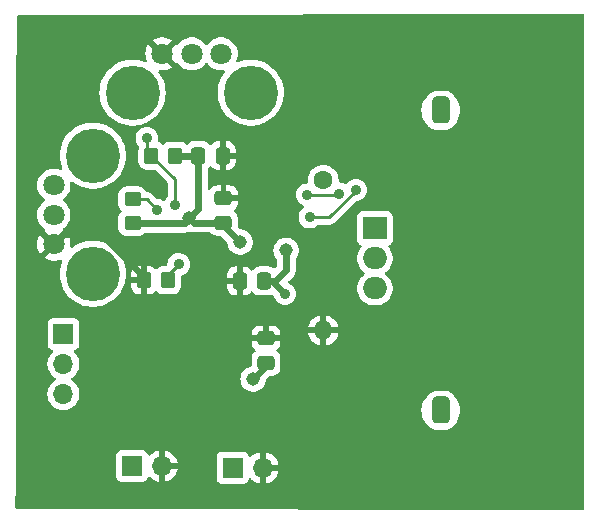
<source format=gbr>
%TF.GenerationSoftware,KiCad,Pcbnew,7.0.6*%
%TF.CreationDate,2023-07-30T21:01:10-06:00*%
%TF.ProjectId,current_sink_swim,63757272-656e-4745-9f73-696e6b5f7377,rev?*%
%TF.SameCoordinates,Original*%
%TF.FileFunction,Copper,L2,Bot*%
%TF.FilePolarity,Positive*%
%FSLAX46Y46*%
G04 Gerber Fmt 4.6, Leading zero omitted, Abs format (unit mm)*
G04 Created by KiCad (PCBNEW 7.0.6) date 2023-07-30 21:01:10*
%MOMM*%
%LPD*%
G01*
G04 APERTURE LIST*
G04 Aperture macros list*
%AMRoundRect*
0 Rectangle with rounded corners*
0 $1 Rounding radius*
0 $2 $3 $4 $5 $6 $7 $8 $9 X,Y pos of 4 corners*
0 Add a 4 corners polygon primitive as box body*
4,1,4,$2,$3,$4,$5,$6,$7,$8,$9,$2,$3,0*
0 Add four circle primitives for the rounded corners*
1,1,$1+$1,$2,$3*
1,1,$1+$1,$4,$5*
1,1,$1+$1,$6,$7*
1,1,$1+$1,$8,$9*
0 Add four rect primitives between the rounded corners*
20,1,$1+$1,$2,$3,$4,$5,0*
20,1,$1+$1,$4,$5,$6,$7,0*
20,1,$1+$1,$6,$7,$8,$9,0*
20,1,$1+$1,$8,$9,$2,$3,0*%
G04 Aperture macros list end*
%TA.AperFunction,SMDPad,CuDef*%
%ADD10RoundRect,0.250000X0.475000X-0.337500X0.475000X0.337500X-0.475000X0.337500X-0.475000X-0.337500X0*%
%TD*%
%TA.AperFunction,ComponentPad*%
%ADD11O,1.600000X1.600000*%
%TD*%
%TA.AperFunction,ComponentPad*%
%ADD12C,1.600000*%
%TD*%
%TA.AperFunction,ComponentPad*%
%ADD13R,2.000000X1.905000*%
%TD*%
%TA.AperFunction,ComponentPad*%
%ADD14O,2.000000X1.905000*%
%TD*%
%TA.AperFunction,ComponentPad*%
%ADD15C,4.600000*%
%TD*%
%TA.AperFunction,ComponentPad*%
%ADD16C,1.800000*%
%TD*%
%TA.AperFunction,SMDPad,CuDef*%
%ADD17RoundRect,0.250000X0.350000X0.450000X-0.350000X0.450000X-0.350000X-0.450000X0.350000X-0.450000X0*%
%TD*%
%TA.AperFunction,ComponentPad*%
%ADD18R,1.700000X1.700000*%
%TD*%
%TA.AperFunction,ComponentPad*%
%ADD19O,1.700000X1.700000*%
%TD*%
%TA.AperFunction,WasherPad*%
%ADD20RoundRect,0.381000X0.381000X-0.762000X0.381000X0.762000X-0.381000X0.762000X-0.381000X-0.762000X0*%
%TD*%
%TA.AperFunction,SMDPad,CuDef*%
%ADD21RoundRect,0.250000X0.450000X-0.350000X0.450000X0.350000X-0.450000X0.350000X-0.450000X-0.350000X0*%
%TD*%
%TA.AperFunction,SMDPad,CuDef*%
%ADD22RoundRect,0.250000X-0.475000X0.337500X-0.475000X-0.337500X0.475000X-0.337500X0.475000X0.337500X0*%
%TD*%
%TA.AperFunction,SMDPad,CuDef*%
%ADD23RoundRect,0.250000X-0.337500X-0.475000X0.337500X-0.475000X0.337500X0.475000X-0.337500X0.475000X0*%
%TD*%
%TA.AperFunction,ViaPad*%
%ADD24C,0.889000*%
%TD*%
%TA.AperFunction,ViaPad*%
%ADD25C,1.143000*%
%TD*%
%TA.AperFunction,Conductor*%
%ADD26C,0.609600*%
%TD*%
%TA.AperFunction,Conductor*%
%ADD27C,0.254000*%
%TD*%
%TA.AperFunction,Conductor*%
%ADD28C,0.200000*%
%TD*%
G04 APERTURE END LIST*
D10*
%TO.P,C1,1*%
%TO.N,2.7V*%
X124700000Y-46975000D03*
%TO.P,C1,2*%
%TO.N,Current_Sink-*%
X124700000Y-44900000D03*
%TD*%
D11*
%TO.P,R3,2*%
%TO.N,Current_Sink-*%
X133146800Y-56083200D03*
D12*
%TO.P,R3,1*%
%TO.N,Net-(Q2-S)*%
X133146800Y-43383200D03*
%TD*%
D13*
%TO.P,Q2,1,G*%
%TO.N,/ Current Control/FETGate*%
X137515600Y-47447200D03*
D14*
%TO.P,Q2,2,D*%
%TO.N,Current_Sink+*%
X137515600Y-49987200D03*
%TO.P,Q2,3,S*%
%TO.N,Net-(Q2-S)*%
X137515600Y-52527200D03*
%TD*%
D15*
%TO.P,RV1,*%
%TO.N,*%
X113637600Y-51293400D03*
X113637600Y-41293400D03*
D16*
%TO.P,RV1,1,1*%
%TO.N,unconnected-(RV1-Pad1)*%
X110337600Y-43793400D03*
%TO.P,RV1,2,2*%
%TO.N,Net-(U1A-+)*%
X110337600Y-46293400D03*
%TO.P,RV1,3,3*%
%TO.N,Current_Sink-*%
X110337600Y-48793400D03*
%TD*%
D15*
%TO.P,RV2,*%
%TO.N,*%
X117000000Y-35966400D03*
X127000000Y-35966400D03*
D16*
%TO.P,RV2,1,1*%
%TO.N,unconnected-(RV2-Pad1)*%
X124500000Y-32666400D03*
%TO.P,RV2,2,2*%
%TO.N,Net-(U1B-+)*%
X122000000Y-32666400D03*
%TO.P,RV2,3,3*%
%TO.N,Current_Sink-*%
X119500000Y-32666400D03*
%TD*%
D17*
%TO.P,R4,1*%
%TO.N,2.7V*%
X120600000Y-41300000D03*
%TO.P,R4,2*%
%TO.N,Net-(U1B-+)*%
X118600000Y-41300000D03*
%TD*%
D18*
%TO.P,J2,1,Pin_1*%
%TO.N,Net-(J1-Pin_1)*%
X111150400Y-56388000D03*
D19*
%TO.P,J2,2,Pin_2*%
%TO.N,Vin*%
X111150400Y-58928000D03*
%TO.P,J2,3,Pin_3*%
%TO.N,Current_Sink+*%
X111150400Y-61468000D03*
%TD*%
D18*
%TO.P,J3,1,Pin_1*%
%TO.N,Current_Sink+*%
X125476000Y-67716400D03*
D19*
%TO.P,J3,2,Pin_2*%
%TO.N,Current_Sink-*%
X128016000Y-67716400D03*
%TD*%
D18*
%TO.P,J1,1,Pin_1*%
%TO.N,Net-(J1-Pin_1)*%
X116941600Y-67564000D03*
D19*
%TO.P,J1,2,Pin_2*%
%TO.N,Current_Sink-*%
X119481600Y-67564000D03*
%TD*%
D20*
%TO.P,J4,*%
%TO.N,*%
X143103600Y-37465000D03*
X143103600Y-62865000D03*
%TD*%
D17*
%TO.P,R6,1*%
%TO.N,Net-(U1B--)*%
X119999000Y-51841400D03*
%TO.P,R6,2*%
%TO.N,Current_Sink-*%
X117999000Y-51841400D03*
%TD*%
D21*
%TO.P,R1,1*%
%TO.N,2.7V*%
X117000000Y-47000000D03*
%TO.P,R1,2*%
%TO.N,Net-(U1A-+)*%
X117000000Y-45000000D03*
%TD*%
D22*
%TO.P,C3,1*%
%TO.N,Current_Sink-*%
X128300000Y-56762500D03*
%TO.P,C3,2*%
%TO.N,Vin*%
X128300000Y-58837500D03*
%TD*%
D23*
%TO.P,C4,2*%
%TO.N,2.7V*%
X128137500Y-51900000D03*
%TO.P,C4,1*%
%TO.N,Current_Sink-*%
X126062500Y-51900000D03*
%TD*%
%TO.P,C2,1*%
%TO.N,2.7V*%
X122562500Y-41300000D03*
%TO.P,C2,2*%
%TO.N,Current_Sink-*%
X124637500Y-41300000D03*
%TD*%
D24*
%TO.N,Net-(D1-K)*%
X135900000Y-44200000D03*
%TO.N,/ Current Control/FETGate*%
X134500000Y-44500000D03*
X131800000Y-44600000D03*
D25*
%TO.N,2.7V*%
X130000000Y-49300000D03*
X126100000Y-48600000D03*
D24*
%TO.N,Net-(U1B-+)*%
X118200000Y-39800000D03*
%TO.N,2.7V*%
X129900000Y-53000000D03*
%TO.N,Net-(U1A-+)*%
X119100000Y-45900000D03*
D25*
%TO.N,Vin*%
X127200000Y-60200000D03*
D24*
%TO.N,Net-(U1B--)*%
X120900000Y-50500000D03*
%TO.N,Net-(U1B-+)*%
X120600000Y-45500000D03*
D25*
%TO.N,Current_Sink-*%
X122300000Y-58100000D03*
X124900000Y-58100000D03*
X117100000Y-43000000D03*
D24*
%TO.N,Net-(D1-K)*%
X132000000Y-46500000D03*
D25*
%TO.N,2.7V*%
X121800000Y-46600000D03*
%TD*%
D26*
%TO.N,2.7V*%
X124700000Y-46975000D02*
X122175000Y-46975000D01*
X122175000Y-46975000D02*
X121800000Y-46600000D01*
X124700000Y-46975000D02*
X124700000Y-47200000D01*
X124700000Y-47200000D02*
X126100000Y-48600000D01*
D27*
%TO.N,Net-(D1-K)*%
X132000000Y-46500000D02*
X133667434Y-46500000D01*
X133667434Y-46500000D02*
X135900000Y-44267434D01*
X135900000Y-44267434D02*
X135900000Y-44200000D01*
D26*
%TO.N,2.7V*%
X128137500Y-51900000D02*
X129100000Y-51900000D01*
X129100000Y-51900000D02*
X130000000Y-51000000D01*
X130000000Y-51000000D02*
X130000000Y-49300000D01*
D27*
%TO.N,/ Current Control/FETGate*%
X131800000Y-44600000D02*
X131815000Y-44615000D01*
X131815000Y-44615000D02*
X134385000Y-44615000D01*
X134385000Y-44615000D02*
X134500000Y-44500000D01*
D26*
%TO.N,2.7V*%
X128137500Y-51900000D02*
X128800000Y-51900000D01*
X128800000Y-51900000D02*
X129900000Y-53000000D01*
D27*
%TO.N,Net-(U1B-+)*%
X118600000Y-41300000D02*
X120600000Y-43300000D01*
X120600000Y-43300000D02*
X120600000Y-45500000D01*
X118200000Y-39800000D02*
X118200000Y-40900000D01*
X118200000Y-40900000D02*
X118600000Y-41300000D01*
%TO.N,Net-(U1A-+)*%
X117000000Y-45000000D02*
X118200000Y-45000000D01*
X118200000Y-45000000D02*
X119100000Y-45900000D01*
D26*
%TO.N,Vin*%
X128300000Y-58837500D02*
X128300000Y-59100000D01*
X128300000Y-59100000D02*
X127200000Y-60200000D01*
D27*
%TO.N,Net-(U1B--)*%
X119999000Y-51841400D02*
X119999000Y-51401000D01*
X119999000Y-51401000D02*
X120900000Y-50500000D01*
D26*
%TO.N,2.7V*%
X120600000Y-41300000D02*
X122562500Y-41300000D01*
X122562500Y-41300000D02*
X122562500Y-45837500D01*
X122562500Y-45837500D02*
X121800000Y-46600000D01*
X117000000Y-47000000D02*
X121400000Y-47000000D01*
X121400000Y-47000000D02*
X121800000Y-46600000D01*
%TO.N,Current_Sink-*%
X110337600Y-48793400D02*
X111237600Y-47893400D01*
X111237600Y-47893400D02*
X114352396Y-47893400D01*
X114352396Y-47893400D02*
X117999000Y-51540004D01*
X117999000Y-51540004D02*
X117999000Y-51841400D01*
D28*
X117999000Y-51841400D02*
X117999000Y-51829635D01*
%TD*%
%TA.AperFunction,Conductor*%
%TO.N,Current_Sink-*%
G36*
X155187508Y-29280665D02*
G01*
X155233430Y-29333324D01*
X155244800Y-29385193D01*
X155244800Y-71198937D01*
X155225115Y-71265976D01*
X155172311Y-71311731D01*
X155120538Y-71322937D01*
X107210439Y-71221861D01*
X107143442Y-71202035D01*
X107097798Y-71149134D01*
X107086701Y-71097560D01*
X107091652Y-69060491D01*
X107093107Y-68461870D01*
X115591100Y-68461870D01*
X115591101Y-68461876D01*
X115597508Y-68521483D01*
X115647802Y-68656328D01*
X115647806Y-68656335D01*
X115734052Y-68771544D01*
X115734055Y-68771547D01*
X115849264Y-68857793D01*
X115849271Y-68857797D01*
X115984117Y-68908091D01*
X115984116Y-68908091D01*
X115991044Y-68908835D01*
X116043727Y-68914500D01*
X117839472Y-68914499D01*
X117899083Y-68908091D01*
X118033931Y-68857796D01*
X118149146Y-68771546D01*
X118235396Y-68656331D01*
X118284602Y-68524401D01*
X118326472Y-68468468D01*
X118391937Y-68444050D01*
X118460210Y-68458901D01*
X118488465Y-68480053D01*
X118610517Y-68602105D01*
X118804021Y-68737600D01*
X119018107Y-68837429D01*
X119018116Y-68837433D01*
X119231600Y-68894634D01*
X119231600Y-67999501D01*
X119339285Y-68048680D01*
X119445837Y-68064000D01*
X119517363Y-68064000D01*
X119623915Y-68048680D01*
X119731600Y-67999501D01*
X119731600Y-68894633D01*
X119945083Y-68837433D01*
X119945092Y-68837429D01*
X120159178Y-68737600D01*
X120335309Y-68614270D01*
X124125500Y-68614270D01*
X124125501Y-68614276D01*
X124131908Y-68673883D01*
X124182202Y-68808728D01*
X124182206Y-68808735D01*
X124268452Y-68923944D01*
X124268455Y-68923947D01*
X124383664Y-69010193D01*
X124383671Y-69010197D01*
X124518517Y-69060491D01*
X124518516Y-69060491D01*
X124525444Y-69061235D01*
X124578127Y-69066900D01*
X126373872Y-69066899D01*
X126433483Y-69060491D01*
X126568331Y-69010196D01*
X126683546Y-68923946D01*
X126769796Y-68808731D01*
X126819002Y-68676801D01*
X126860872Y-68620868D01*
X126926337Y-68596450D01*
X126994610Y-68611301D01*
X127022865Y-68632453D01*
X127144917Y-68754505D01*
X127338421Y-68890000D01*
X127552507Y-68989829D01*
X127552516Y-68989833D01*
X127766000Y-69047034D01*
X127766000Y-68151901D01*
X127873685Y-68201080D01*
X127980237Y-68216400D01*
X128051763Y-68216400D01*
X128158315Y-68201080D01*
X128266000Y-68151901D01*
X128266000Y-69047033D01*
X128479483Y-68989833D01*
X128479492Y-68989829D01*
X128693578Y-68890000D01*
X128887082Y-68754505D01*
X129054105Y-68587482D01*
X129189600Y-68393978D01*
X129289429Y-68179892D01*
X129289432Y-68179886D01*
X129346636Y-67966400D01*
X128449686Y-67966400D01*
X128475493Y-67926244D01*
X128516000Y-67788289D01*
X128516000Y-67644511D01*
X128475493Y-67506556D01*
X128449686Y-67466400D01*
X129346636Y-67466400D01*
X129346635Y-67466399D01*
X129289432Y-67252913D01*
X129289429Y-67252907D01*
X129189600Y-67038822D01*
X129189599Y-67038820D01*
X129054113Y-66845326D01*
X129054108Y-66845320D01*
X128887082Y-66678294D01*
X128693578Y-66542799D01*
X128479492Y-66442970D01*
X128479486Y-66442967D01*
X128266000Y-66385764D01*
X128266000Y-67280898D01*
X128158315Y-67231720D01*
X128051763Y-67216400D01*
X127980237Y-67216400D01*
X127873685Y-67231720D01*
X127766000Y-67280898D01*
X127766000Y-66385764D01*
X127765999Y-66385764D01*
X127552513Y-66442967D01*
X127552507Y-66442970D01*
X127338422Y-66542799D01*
X127338420Y-66542800D01*
X127144926Y-66678286D01*
X127022865Y-66800347D01*
X126961542Y-66833831D01*
X126891850Y-66828847D01*
X126835917Y-66786975D01*
X126819002Y-66755998D01*
X126769797Y-66624071D01*
X126769793Y-66624064D01*
X126683547Y-66508855D01*
X126683544Y-66508852D01*
X126568335Y-66422606D01*
X126568328Y-66422602D01*
X126433482Y-66372308D01*
X126433483Y-66372308D01*
X126373883Y-66365901D01*
X126373881Y-66365900D01*
X126373873Y-66365900D01*
X126373864Y-66365900D01*
X124578129Y-66365900D01*
X124578123Y-66365901D01*
X124518516Y-66372308D01*
X124383671Y-66422602D01*
X124383664Y-66422606D01*
X124268455Y-66508852D01*
X124268452Y-66508855D01*
X124182206Y-66624064D01*
X124182202Y-66624071D01*
X124131908Y-66758917D01*
X124125501Y-66818516D01*
X124125500Y-66818535D01*
X124125500Y-68614270D01*
X120335309Y-68614270D01*
X120352682Y-68602105D01*
X120519705Y-68435082D01*
X120655200Y-68241578D01*
X120755029Y-68027492D01*
X120755032Y-68027486D01*
X120812236Y-67814000D01*
X119915286Y-67814000D01*
X119941093Y-67773844D01*
X119981600Y-67635889D01*
X119981600Y-67492111D01*
X119941093Y-67354156D01*
X119915286Y-67314000D01*
X120812236Y-67314000D01*
X120812235Y-67313999D01*
X120755032Y-67100513D01*
X120755029Y-67100507D01*
X120655200Y-66886422D01*
X120655199Y-66886420D01*
X120519713Y-66692926D01*
X120519708Y-66692920D01*
X120352682Y-66525894D01*
X120159178Y-66390399D01*
X119945092Y-66290570D01*
X119945086Y-66290567D01*
X119731600Y-66233364D01*
X119731600Y-67128498D01*
X119623915Y-67079320D01*
X119517363Y-67064000D01*
X119445837Y-67064000D01*
X119339285Y-67079320D01*
X119231600Y-67128498D01*
X119231600Y-66233364D01*
X119231599Y-66233364D01*
X119018113Y-66290567D01*
X119018107Y-66290570D01*
X118804022Y-66390399D01*
X118804020Y-66390400D01*
X118610526Y-66525886D01*
X118488465Y-66647947D01*
X118427142Y-66681431D01*
X118357450Y-66676447D01*
X118301517Y-66634575D01*
X118284602Y-66603598D01*
X118235397Y-66471671D01*
X118235393Y-66471664D01*
X118149147Y-66356455D01*
X118149144Y-66356452D01*
X118033935Y-66270206D01*
X118033928Y-66270202D01*
X117899082Y-66219908D01*
X117899083Y-66219908D01*
X117839483Y-66213501D01*
X117839481Y-66213500D01*
X117839473Y-66213500D01*
X117839464Y-66213500D01*
X116043729Y-66213500D01*
X116043723Y-66213501D01*
X115984116Y-66219908D01*
X115849271Y-66270202D01*
X115849264Y-66270206D01*
X115734055Y-66356452D01*
X115734052Y-66356455D01*
X115647806Y-66471664D01*
X115647802Y-66471671D01*
X115597508Y-66606517D01*
X115591101Y-66666116D01*
X115591100Y-66666135D01*
X115591100Y-68461870D01*
X107093107Y-68461870D01*
X107106708Y-62865000D01*
X141447996Y-62865000D01*
X141468378Y-63123990D01*
X141529027Y-63376610D01*
X141628443Y-63616623D01*
X141764190Y-63838143D01*
X141932899Y-64035676D01*
X141932905Y-64035682D01*
X141932911Y-64035689D01*
X141932917Y-64035694D01*
X141935240Y-64038017D01*
X141958651Y-64070607D01*
X141975484Y-64104547D01*
X141975486Y-64104549D01*
X142095609Y-64253989D01*
X142095610Y-64253990D01*
X142245053Y-64374116D01*
X142245056Y-64374118D01*
X142411559Y-64456695D01*
X142416825Y-64459307D01*
X142566613Y-64496558D01*
X142602891Y-64505580D01*
X142602892Y-64505580D01*
X142602896Y-64505581D01*
X142645943Y-64508500D01*
X142947356Y-64508499D01*
X142952223Y-64508690D01*
X143038744Y-64515500D01*
X143038747Y-64515500D01*
X143168456Y-64515500D01*
X143254979Y-64508690D01*
X143259846Y-64508499D01*
X143561257Y-64508499D01*
X143572018Y-64507769D01*
X143604304Y-64505581D01*
X143790375Y-64459307D01*
X143962147Y-64374116D01*
X144111590Y-64253990D01*
X144231716Y-64104547D01*
X144248544Y-64070613D01*
X144271958Y-64038019D01*
X144274275Y-64035700D01*
X144274289Y-64035689D01*
X144443012Y-63838140D01*
X144578754Y-63616628D01*
X144678173Y-63376610D01*
X144738821Y-63123994D01*
X144759204Y-62865000D01*
X144738821Y-62606006D01*
X144678173Y-62353390D01*
X144578754Y-62113372D01*
X144443012Y-61891860D01*
X144443009Y-61891856D01*
X144274300Y-61694323D01*
X144274294Y-61694317D01*
X144274289Y-61694311D01*
X144274282Y-61694305D01*
X144271960Y-61691983D01*
X144248546Y-61659389D01*
X144231716Y-61625453D01*
X144111590Y-61476010D01*
X143962147Y-61355884D01*
X143962146Y-61355883D01*
X143962143Y-61355881D01*
X143790378Y-61270694D01*
X143790376Y-61270693D01*
X143790375Y-61270693D01*
X143752539Y-61261283D01*
X143604308Y-61224419D01*
X143561258Y-61221500D01*
X143561257Y-61221500D01*
X143259840Y-61221500D01*
X143254974Y-61221309D01*
X143168455Y-61214500D01*
X143168453Y-61214500D01*
X143038747Y-61214500D01*
X143038744Y-61214500D01*
X142952220Y-61221309D01*
X142947354Y-61221500D01*
X142645944Y-61221501D01*
X142602898Y-61224418D01*
X142602897Y-61224418D01*
X142416821Y-61270694D01*
X142245056Y-61355881D01*
X142245053Y-61355883D01*
X142095610Y-61476009D01*
X142095609Y-61476010D01*
X141975483Y-61625453D01*
X141975481Y-61625457D01*
X141958652Y-61659389D01*
X141935261Y-61691959D01*
X141932921Y-61694299D01*
X141764188Y-61891859D01*
X141628443Y-62113376D01*
X141529027Y-62353389D01*
X141468378Y-62606009D01*
X141447996Y-62865000D01*
X107106708Y-62865000D01*
X107110103Y-61468000D01*
X109794741Y-61468000D01*
X109815336Y-61703403D01*
X109815338Y-61703413D01*
X109876494Y-61931655D01*
X109876496Y-61931659D01*
X109876497Y-61931663D01*
X109961230Y-62113372D01*
X109976365Y-62145830D01*
X109976367Y-62145834D01*
X110084681Y-62300521D01*
X110111905Y-62339401D01*
X110278999Y-62506495D01*
X110375784Y-62574264D01*
X110472565Y-62642032D01*
X110472567Y-62642033D01*
X110472570Y-62642035D01*
X110686737Y-62741903D01*
X110914992Y-62803063D01*
X111103318Y-62819539D01*
X111150399Y-62823659D01*
X111150400Y-62823659D01*
X111150401Y-62823659D01*
X111189634Y-62820226D01*
X111385808Y-62803063D01*
X111614063Y-62741903D01*
X111828230Y-62642035D01*
X112021801Y-62506495D01*
X112188895Y-62339401D01*
X112324435Y-62145830D01*
X112424303Y-61931663D01*
X112485463Y-61703408D01*
X112506059Y-61468000D01*
X112485463Y-61232592D01*
X112424303Y-61004337D01*
X112324435Y-60790171D01*
X112188895Y-60596599D01*
X112188894Y-60596597D01*
X112021802Y-60429506D01*
X112021796Y-60429501D01*
X111836242Y-60299575D01*
X111792617Y-60244998D01*
X111787959Y-60200000D01*
X126123407Y-60200000D01*
X126141737Y-60397822D01*
X126141738Y-60397825D01*
X126196104Y-60588905D01*
X126196107Y-60588911D01*
X126284662Y-60766753D01*
X126404389Y-60925298D01*
X126530693Y-61040438D01*
X126551208Y-61059140D01*
X126720121Y-61163727D01*
X126905376Y-61235495D01*
X127100665Y-61272000D01*
X127100668Y-61272000D01*
X127299332Y-61272000D01*
X127299335Y-61272000D01*
X127494624Y-61235495D01*
X127679879Y-61163727D01*
X127848792Y-61059140D01*
X127995612Y-60925296D01*
X128115338Y-60766753D01*
X128203893Y-60588910D01*
X128203893Y-60588907D01*
X128203895Y-60588905D01*
X128249247Y-60429506D01*
X128258262Y-60397823D01*
X128266102Y-60313211D01*
X128291888Y-60248275D01*
X128301884Y-60236980D01*
X128577047Y-59961818D01*
X128638370Y-59928333D01*
X128664728Y-59925499D01*
X128825002Y-59925499D01*
X128825008Y-59925499D01*
X128927797Y-59914999D01*
X129094334Y-59859814D01*
X129243656Y-59767712D01*
X129367712Y-59643656D01*
X129459814Y-59494334D01*
X129514999Y-59327797D01*
X129525500Y-59225009D01*
X129525499Y-58449992D01*
X129514999Y-58347203D01*
X129459814Y-58180666D01*
X129367712Y-58031344D01*
X129243656Y-57907288D01*
X129240342Y-57905243D01*
X129238546Y-57903248D01*
X129237989Y-57902807D01*
X129238064Y-57902711D01*
X129193618Y-57853297D01*
X129182397Y-57784334D01*
X129210240Y-57720252D01*
X129240348Y-57694165D01*
X129243342Y-57692318D01*
X129367315Y-57568345D01*
X129459356Y-57419124D01*
X129459358Y-57419119D01*
X129514505Y-57252697D01*
X129514506Y-57252690D01*
X129524999Y-57149986D01*
X129525000Y-57149973D01*
X129525000Y-57012500D01*
X127075001Y-57012500D01*
X127075001Y-57149986D01*
X127085494Y-57252697D01*
X127140641Y-57419119D01*
X127140643Y-57419124D01*
X127232684Y-57568345D01*
X127356655Y-57692316D01*
X127356659Y-57692319D01*
X127359656Y-57694168D01*
X127361279Y-57695972D01*
X127362323Y-57696798D01*
X127362181Y-57696976D01*
X127406381Y-57746116D01*
X127417602Y-57815079D01*
X127389759Y-57879161D01*
X127359661Y-57905241D01*
X127356349Y-57907283D01*
X127356343Y-57907288D01*
X127232289Y-58031342D01*
X127140187Y-58180663D01*
X127140185Y-58180666D01*
X127140186Y-58180666D01*
X127085001Y-58347203D01*
X127085001Y-58347204D01*
X127085000Y-58347204D01*
X127074500Y-58449983D01*
X127074500Y-59029921D01*
X127054815Y-59096960D01*
X127002011Y-59142715D01*
X126973287Y-59151809D01*
X126905376Y-59164504D01*
X126720121Y-59236272D01*
X126720119Y-59236273D01*
X126551206Y-59340861D01*
X126404389Y-59474701D01*
X126284662Y-59633246D01*
X126196107Y-59811088D01*
X126196104Y-59811094D01*
X126141738Y-60002174D01*
X126141737Y-60002177D01*
X126123407Y-60199999D01*
X126123407Y-60200000D01*
X111787959Y-60200000D01*
X111785423Y-60175500D01*
X111816946Y-60113145D01*
X111836242Y-60096425D01*
X111858426Y-60080891D01*
X112021801Y-59966495D01*
X112188895Y-59799401D01*
X112324435Y-59605830D01*
X112424303Y-59391663D01*
X112485463Y-59163408D01*
X112506059Y-58928000D01*
X112485463Y-58692592D01*
X112424303Y-58464337D01*
X112324435Y-58250171D01*
X112275767Y-58180666D01*
X112188896Y-58056600D01*
X112163638Y-58031342D01*
X112066967Y-57934671D01*
X112033484Y-57873351D01*
X112038468Y-57803659D01*
X112080339Y-57747725D01*
X112111315Y-57730810D01*
X112242731Y-57681796D01*
X112357946Y-57595546D01*
X112444196Y-57480331D01*
X112494491Y-57345483D01*
X112500900Y-57285873D01*
X112500900Y-56512500D01*
X127075000Y-56512500D01*
X128050000Y-56512500D01*
X128050000Y-55675000D01*
X128550000Y-55675000D01*
X128550000Y-56512500D01*
X129524999Y-56512500D01*
X129524999Y-56375028D01*
X129524998Y-56375013D01*
X129514505Y-56272302D01*
X129459358Y-56105880D01*
X129459356Y-56105875D01*
X129367315Y-55956654D01*
X129243860Y-55833199D01*
X131867927Y-55833199D01*
X131867928Y-55833200D01*
X132831114Y-55833200D01*
X132819159Y-55845155D01*
X132761635Y-55958052D01*
X132741814Y-56083200D01*
X132761635Y-56208348D01*
X132819159Y-56321245D01*
X132831114Y-56333200D01*
X131867928Y-56333200D01*
X131920530Y-56529517D01*
X131920534Y-56529526D01*
X132016665Y-56735682D01*
X132147142Y-56922020D01*
X132307979Y-57082857D01*
X132494317Y-57213334D01*
X132700473Y-57309465D01*
X132700482Y-57309469D01*
X132896799Y-57362072D01*
X132896800Y-57362071D01*
X132896800Y-56398886D01*
X132908755Y-56410841D01*
X133021652Y-56468365D01*
X133115319Y-56483200D01*
X133178281Y-56483200D01*
X133271948Y-56468365D01*
X133384845Y-56410841D01*
X133396800Y-56398885D01*
X133396800Y-57362072D01*
X133593117Y-57309469D01*
X133593126Y-57309465D01*
X133799282Y-57213334D01*
X133985620Y-57082857D01*
X134146457Y-56922020D01*
X134276934Y-56735682D01*
X134373065Y-56529526D01*
X134373069Y-56529517D01*
X134425672Y-56333200D01*
X133462486Y-56333200D01*
X133474441Y-56321245D01*
X133531965Y-56208348D01*
X133551786Y-56083200D01*
X133531965Y-55958052D01*
X133474441Y-55845155D01*
X133462486Y-55833200D01*
X134425672Y-55833200D01*
X134425672Y-55833199D01*
X134373069Y-55636882D01*
X134373065Y-55636873D01*
X134276934Y-55430717D01*
X134146457Y-55244379D01*
X133985620Y-55083542D01*
X133799282Y-54953065D01*
X133593128Y-54856934D01*
X133396800Y-54804327D01*
X133396799Y-55767513D01*
X133384845Y-55755559D01*
X133271948Y-55698035D01*
X133178281Y-55683200D01*
X133115319Y-55683200D01*
X133021652Y-55698035D01*
X132908755Y-55755559D01*
X132896799Y-55767514D01*
X132896799Y-54804327D01*
X132700471Y-54856934D01*
X132494317Y-54953065D01*
X132307979Y-55083542D01*
X132147142Y-55244379D01*
X132016665Y-55430717D01*
X131920534Y-55636873D01*
X131920530Y-55636882D01*
X131867927Y-55833199D01*
X129243860Y-55833199D01*
X129243345Y-55832684D01*
X129094124Y-55740643D01*
X129094119Y-55740641D01*
X128927697Y-55685494D01*
X128927690Y-55685493D01*
X128824986Y-55675000D01*
X128550000Y-55675000D01*
X128050000Y-55675000D01*
X127775029Y-55675000D01*
X127775012Y-55675001D01*
X127672302Y-55685494D01*
X127505880Y-55740641D01*
X127505875Y-55740643D01*
X127356654Y-55832684D01*
X127232684Y-55956654D01*
X127140643Y-56105875D01*
X127140641Y-56105880D01*
X127085494Y-56272302D01*
X127085493Y-56272309D01*
X127075000Y-56375013D01*
X127075000Y-56512500D01*
X112500900Y-56512500D01*
X112500899Y-55490128D01*
X112495699Y-55441757D01*
X112494491Y-55430516D01*
X112444197Y-55295671D01*
X112444193Y-55295664D01*
X112357947Y-55180455D01*
X112357944Y-55180452D01*
X112242735Y-55094206D01*
X112242728Y-55094202D01*
X112107882Y-55043908D01*
X112107883Y-55043908D01*
X112048283Y-55037501D01*
X112048281Y-55037500D01*
X112048273Y-55037500D01*
X112048264Y-55037500D01*
X110252529Y-55037500D01*
X110252523Y-55037501D01*
X110192916Y-55043908D01*
X110058071Y-55094202D01*
X110058064Y-55094206D01*
X109942855Y-55180452D01*
X109942852Y-55180455D01*
X109856606Y-55295664D01*
X109856602Y-55295671D01*
X109806308Y-55430517D01*
X109799901Y-55490116D01*
X109799901Y-55490123D01*
X109799900Y-55490135D01*
X109799900Y-57285870D01*
X109799901Y-57285876D01*
X109806308Y-57345483D01*
X109856602Y-57480328D01*
X109856606Y-57480335D01*
X109942852Y-57595544D01*
X109942855Y-57595547D01*
X110058064Y-57681793D01*
X110058071Y-57681797D01*
X110189481Y-57730810D01*
X110245415Y-57772681D01*
X110269832Y-57838145D01*
X110254980Y-57906418D01*
X110233830Y-57934673D01*
X110111903Y-58056600D01*
X109976365Y-58250169D01*
X109976364Y-58250171D01*
X109876498Y-58464335D01*
X109876494Y-58464344D01*
X109815338Y-58692586D01*
X109815336Y-58692596D01*
X109794741Y-58927999D01*
X109794741Y-58928000D01*
X109815336Y-59163403D01*
X109815338Y-59163413D01*
X109876494Y-59391655D01*
X109876496Y-59391659D01*
X109876497Y-59391663D01*
X109976365Y-59605829D01*
X109976365Y-59605830D01*
X109976367Y-59605834D01*
X110111901Y-59799395D01*
X110111906Y-59799402D01*
X110278997Y-59966493D01*
X110279003Y-59966498D01*
X110464558Y-60096425D01*
X110508183Y-60151002D01*
X110515377Y-60220500D01*
X110483854Y-60282855D01*
X110464558Y-60299575D01*
X110278997Y-60429505D01*
X110111905Y-60596597D01*
X109976365Y-60790169D01*
X109976364Y-60790171D01*
X109876498Y-61004335D01*
X109876494Y-61004344D01*
X109815338Y-61232586D01*
X109815336Y-61232596D01*
X109794741Y-61467999D01*
X109794741Y-61468000D01*
X107110103Y-61468000D01*
X107146979Y-46293406D01*
X108932300Y-46293406D01*
X108951464Y-46524697D01*
X108951466Y-46524708D01*
X109008442Y-46749700D01*
X109101675Y-46962248D01*
X109228616Y-47156547D01*
X109228619Y-47156551D01*
X109228621Y-47156553D01*
X109385816Y-47327313D01*
X109538129Y-47445862D01*
X109578941Y-47502572D01*
X109582616Y-47572345D01*
X109547985Y-47633028D01*
X109538804Y-47640982D01*
X109538800Y-47641047D01*
X110205067Y-48307313D01*
X110195285Y-48308720D01*
X110064500Y-48368448D01*
X109955839Y-48462602D01*
X109878107Y-48583556D01*
X109854523Y-48663876D01*
X109186412Y-47995765D01*
X109102116Y-48124791D01*
X109102114Y-48124795D01*
X109008917Y-48337264D01*
X108951961Y-48562181D01*
X108932802Y-48793394D01*
X108932802Y-48793405D01*
X108951961Y-49024618D01*
X109008917Y-49249535D01*
X109102116Y-49462009D01*
X109186411Y-49591033D01*
X109854522Y-48922923D01*
X109878107Y-49003244D01*
X109955839Y-49124198D01*
X110064500Y-49218352D01*
X110195285Y-49278080D01*
X110205066Y-49279486D01*
X109538799Y-49945751D01*
X109569250Y-49969450D01*
X109773297Y-50079876D01*
X109773306Y-50079879D01*
X109992739Y-50155211D01*
X110221593Y-50193400D01*
X110453607Y-50193400D01*
X110682460Y-50155211D01*
X110882331Y-50086595D01*
X110952129Y-50083445D01*
X111012551Y-50118531D01*
X111044411Y-50180713D01*
X111037596Y-50250250D01*
X111036453Y-50252989D01*
X111001532Y-50333943D01*
X110907969Y-50646467D01*
X110907967Y-50646475D01*
X110851323Y-50967719D01*
X110851322Y-50967730D01*
X110832354Y-51293396D01*
X110832354Y-51293403D01*
X110851322Y-51619069D01*
X110851323Y-51619080D01*
X110907967Y-51940324D01*
X110907969Y-51940332D01*
X111001531Y-52252852D01*
X111130737Y-52552383D01*
X111130743Y-52552396D01*
X111293851Y-52834909D01*
X111488645Y-53096562D01*
X111488650Y-53096568D01*
X111488657Y-53096577D01*
X111712523Y-53333862D01*
X111712529Y-53333867D01*
X111712530Y-53333868D01*
X111712531Y-53333869D01*
X111962415Y-53543547D01*
X111962418Y-53543549D01*
X111962423Y-53543553D01*
X112234977Y-53722814D01*
X112526499Y-53869222D01*
X112833046Y-53980796D01*
X112833052Y-53980797D01*
X112833054Y-53980798D01*
X113150458Y-54056025D01*
X113150465Y-54056026D01*
X113150474Y-54056028D01*
X113474489Y-54093900D01*
X113474496Y-54093900D01*
X113800704Y-54093900D01*
X113800711Y-54093900D01*
X114124726Y-54056028D01*
X114124735Y-54056025D01*
X114124741Y-54056025D01*
X114380776Y-53995342D01*
X114442154Y-53980796D01*
X114748701Y-53869222D01*
X115040223Y-53722814D01*
X115312777Y-53543553D01*
X115562677Y-53333862D01*
X115786543Y-53096577D01*
X115981349Y-52834908D01*
X116144459Y-52552392D01*
X116273669Y-52252851D01*
X116322004Y-52091400D01*
X116899001Y-52091400D01*
X116899001Y-52341386D01*
X116909494Y-52444097D01*
X116964641Y-52610519D01*
X116964643Y-52610524D01*
X117056684Y-52759745D01*
X117180654Y-52883715D01*
X117329875Y-52975756D01*
X117329880Y-52975758D01*
X117496302Y-53030905D01*
X117496309Y-53030906D01*
X117599019Y-53041399D01*
X117748999Y-53041399D01*
X118249000Y-53041399D01*
X118398972Y-53041399D01*
X118398986Y-53041398D01*
X118501697Y-53030905D01*
X118668119Y-52975758D01*
X118668124Y-52975756D01*
X118817342Y-52883717D01*
X118910964Y-52790095D01*
X118972287Y-52756610D01*
X119041979Y-52761594D01*
X119086327Y-52790095D01*
X119180344Y-52884112D01*
X119329666Y-52976214D01*
X119496203Y-53031399D01*
X119598991Y-53041900D01*
X120399008Y-53041899D01*
X120399016Y-53041898D01*
X120399019Y-53041898D01*
X120455302Y-53036148D01*
X120501797Y-53031399D01*
X120668334Y-52976214D01*
X120817656Y-52884112D01*
X120941712Y-52760056D01*
X121033814Y-52610734D01*
X121088999Y-52444197D01*
X121099500Y-52341409D01*
X121099500Y-52150000D01*
X124975001Y-52150000D01*
X124975001Y-52424986D01*
X124985494Y-52527697D01*
X125040641Y-52694119D01*
X125040643Y-52694124D01*
X125132684Y-52843345D01*
X125256654Y-52967315D01*
X125405875Y-53059356D01*
X125405880Y-53059358D01*
X125572302Y-53114505D01*
X125572309Y-53114506D01*
X125675019Y-53124999D01*
X125812499Y-53124999D01*
X126312500Y-53124999D01*
X126449972Y-53124999D01*
X126449986Y-53124998D01*
X126552697Y-53114505D01*
X126719119Y-53059358D01*
X126719124Y-53059356D01*
X126868345Y-52967315D01*
X126992318Y-52843342D01*
X126994165Y-52840348D01*
X126995969Y-52838724D01*
X126996798Y-52837677D01*
X126996976Y-52837818D01*
X127046110Y-52793621D01*
X127115073Y-52782396D01*
X127179156Y-52810236D01*
X127205243Y-52840341D01*
X127207288Y-52843656D01*
X127331344Y-52967712D01*
X127480666Y-53059814D01*
X127647203Y-53114999D01*
X127749991Y-53125500D01*
X128525008Y-53125499D01*
X128525016Y-53125498D01*
X128525019Y-53125498D01*
X128581302Y-53119748D01*
X128627797Y-53114999D01*
X128741721Y-53077248D01*
X128811550Y-53074846D01*
X128868407Y-53107273D01*
X128956415Y-53195281D01*
X128987394Y-53246966D01*
X129022710Y-53363386D01*
X129110458Y-53527552D01*
X129110460Y-53527554D01*
X129228550Y-53671449D01*
X129372445Y-53789539D01*
X129372447Y-53789541D01*
X129536610Y-53877288D01*
X129536612Y-53877288D01*
X129536615Y-53877290D01*
X129714748Y-53931326D01*
X129714747Y-53931326D01*
X129731357Y-53932961D01*
X129900000Y-53949572D01*
X130085252Y-53931326D01*
X130263385Y-53877290D01*
X130427554Y-53789540D01*
X130571449Y-53671449D01*
X130689540Y-53527554D01*
X130777290Y-53363385D01*
X130831326Y-53185252D01*
X130849572Y-53000000D01*
X130831326Y-52814748D01*
X130780621Y-52647597D01*
X136015100Y-52647597D01*
X136054734Y-52885116D01*
X136132918Y-53112856D01*
X136132921Y-53112865D01*
X136247529Y-53324641D01*
X136254711Y-53333868D01*
X136395429Y-53514663D01*
X136572590Y-53677751D01*
X136774178Y-53809455D01*
X136994695Y-53906183D01*
X137228124Y-53965295D01*
X137408000Y-53980200D01*
X137408002Y-53980200D01*
X137623198Y-53980200D01*
X137623200Y-53980200D01*
X137803076Y-53965295D01*
X138036505Y-53906183D01*
X138257022Y-53809455D01*
X138458610Y-53677751D01*
X138635771Y-53514663D01*
X138783672Y-53324639D01*
X138898279Y-53112864D01*
X138976466Y-52885113D01*
X139016100Y-52647599D01*
X139016100Y-52406801D01*
X138976466Y-52169287D01*
X138960476Y-52122711D01*
X138898281Y-51941543D01*
X138898278Y-51941534D01*
X138783670Y-51729758D01*
X138757479Y-51696108D01*
X138635771Y-51539737D01*
X138458610Y-51376649D01*
X138434670Y-51361008D01*
X138389314Y-51307864D01*
X138379890Y-51238633D01*
X138409391Y-51175296D01*
X138434670Y-51153391D01*
X138458610Y-51137751D01*
X138635771Y-50974663D01*
X138783672Y-50784639D01*
X138898279Y-50572864D01*
X138976466Y-50345113D01*
X139016100Y-50107599D01*
X139016100Y-49866801D01*
X138976466Y-49629287D01*
X138974208Y-49622711D01*
X138898281Y-49401543D01*
X138898278Y-49401534D01*
X138831468Y-49278080D01*
X138783672Y-49189761D01*
X138783670Y-49189759D01*
X138783670Y-49189758D01*
X138783666Y-49189752D01*
X138672767Y-49047269D01*
X138647124Y-48982275D01*
X138660690Y-48913735D01*
X138709159Y-48863411D01*
X138727281Y-48854927D01*
X138757931Y-48843496D01*
X138873146Y-48757246D01*
X138959396Y-48642031D01*
X139009691Y-48507183D01*
X139016100Y-48447573D01*
X139016099Y-46446828D01*
X139009691Y-46387217D01*
X138983937Y-46318168D01*
X138959397Y-46252371D01*
X138959393Y-46252364D01*
X138873147Y-46137155D01*
X138873144Y-46137152D01*
X138757935Y-46050906D01*
X138757928Y-46050902D01*
X138623082Y-46000608D01*
X138623083Y-46000608D01*
X138563483Y-45994201D01*
X138563481Y-45994200D01*
X138563473Y-45994200D01*
X138563464Y-45994200D01*
X136467729Y-45994200D01*
X136467723Y-45994201D01*
X136408116Y-46000608D01*
X136273271Y-46050902D01*
X136273264Y-46050906D01*
X136158055Y-46137152D01*
X136158052Y-46137155D01*
X136071806Y-46252364D01*
X136071802Y-46252371D01*
X136021508Y-46387217D01*
X136015101Y-46446816D01*
X136015101Y-46446823D01*
X136015100Y-46446835D01*
X136015100Y-48447570D01*
X136015101Y-48447576D01*
X136021508Y-48507183D01*
X136071802Y-48642028D01*
X136071806Y-48642035D01*
X136158052Y-48757244D01*
X136158055Y-48757247D01*
X136273264Y-48843493D01*
X136273273Y-48843498D01*
X136303911Y-48854925D01*
X136359845Y-48896795D01*
X136384263Y-48962259D01*
X136369412Y-49030532D01*
X136358433Y-49047269D01*
X136247529Y-49189759D01*
X136132921Y-49401534D01*
X136132918Y-49401543D01*
X136054734Y-49629283D01*
X136034275Y-49751890D01*
X136015100Y-49866801D01*
X136015100Y-50107599D01*
X136019941Y-50136610D01*
X136054734Y-50345116D01*
X136132918Y-50572856D01*
X136132921Y-50572865D01*
X136247529Y-50784641D01*
X136284615Y-50832289D01*
X136395429Y-50974663D01*
X136572590Y-51137751D01*
X136596531Y-51153393D01*
X136641887Y-51206539D01*
X136651310Y-51275770D01*
X136621807Y-51339106D01*
X136596533Y-51361006D01*
X136572590Y-51376649D01*
X136572587Y-51376651D01*
X136572588Y-51376651D01*
X136477691Y-51464010D01*
X136395429Y-51539737D01*
X136355218Y-51591400D01*
X136247529Y-51729758D01*
X136132921Y-51941534D01*
X136132918Y-51941543D01*
X136054734Y-52169283D01*
X136015100Y-52406802D01*
X136015100Y-52647597D01*
X130780621Y-52647597D01*
X130777290Y-52636615D01*
X130777288Y-52636612D01*
X130777288Y-52636610D01*
X130689541Y-52472447D01*
X130689539Y-52472445D01*
X130571449Y-52328550D01*
X130427554Y-52210460D01*
X130427552Y-52210458D01*
X130263388Y-52122711D01*
X130260020Y-52121316D01*
X130258526Y-52120112D01*
X130258013Y-52119838D01*
X130258065Y-52119740D01*
X130205617Y-52077475D01*
X130183552Y-52011181D01*
X130200831Y-51943482D01*
X130219792Y-51919074D01*
X130409106Y-51729761D01*
X130601415Y-51537452D01*
X130637754Y-51501113D01*
X130640244Y-51494688D01*
X130655958Y-51469677D01*
X130659968Y-51464025D01*
X130686182Y-51431157D01*
X130704421Y-51393280D01*
X130707778Y-51387207D01*
X130730142Y-51351618D01*
X130744021Y-51311948D01*
X130746683Y-51305524D01*
X130764920Y-51267657D01*
X130774274Y-51226668D01*
X130776197Y-51219996D01*
X130790076Y-51180335D01*
X130790078Y-51180330D01*
X130794783Y-51138565D01*
X130795949Y-51131704D01*
X130801844Y-51105875D01*
X130805300Y-51090735D01*
X130805300Y-50909265D01*
X130805300Y-50884603D01*
X130805299Y-50884597D01*
X130805299Y-50500000D01*
X130805299Y-50054023D01*
X130824984Y-49986988D01*
X130830330Y-49979321D01*
X130915338Y-49866753D01*
X131003893Y-49688910D01*
X131003893Y-49688907D01*
X131003895Y-49688905D01*
X131039511Y-49563726D01*
X131058262Y-49497823D01*
X131076593Y-49300000D01*
X131058262Y-49102177D01*
X131042639Y-49047269D01*
X131003895Y-48911094D01*
X131003892Y-48911088D01*
X130945293Y-48793405D01*
X130915338Y-48733247D01*
X130819249Y-48606004D01*
X130795610Y-48574701D01*
X130656155Y-48447572D01*
X130648792Y-48440860D01*
X130584466Y-48401031D01*
X130479880Y-48336273D01*
X130479878Y-48336272D01*
X130294627Y-48264506D01*
X130294626Y-48264505D01*
X130294624Y-48264505D01*
X130099335Y-48228000D01*
X129900665Y-48228000D01*
X129705376Y-48264505D01*
X129705374Y-48264505D01*
X129705372Y-48264506D01*
X129520121Y-48336272D01*
X129520119Y-48336273D01*
X129351206Y-48440861D01*
X129204389Y-48574701D01*
X129084662Y-48733246D01*
X128996107Y-48911088D01*
X128996104Y-48911094D01*
X128941738Y-49102174D01*
X128941737Y-49102177D01*
X128923407Y-49299999D01*
X128923407Y-49300000D01*
X128941737Y-49497822D01*
X128941738Y-49497825D01*
X128996104Y-49688905D01*
X128996107Y-49688911D01*
X129027467Y-49751890D01*
X129084662Y-49866753D01*
X129169654Y-49979301D01*
X129194346Y-50044661D01*
X129194700Y-50054027D01*
X129194700Y-50615070D01*
X129175015Y-50682109D01*
X129158381Y-50702752D01*
X129065674Y-50795458D01*
X129004350Y-50828942D01*
X128934659Y-50823958D01*
X128912897Y-50813315D01*
X128794340Y-50740189D01*
X128794335Y-50740187D01*
X128794334Y-50740186D01*
X128627797Y-50685001D01*
X128627795Y-50685000D01*
X128525010Y-50674500D01*
X127749998Y-50674500D01*
X127749980Y-50674501D01*
X127647203Y-50685000D01*
X127647200Y-50685001D01*
X127480668Y-50740185D01*
X127480663Y-50740187D01*
X127331342Y-50832289D01*
X127207288Y-50956343D01*
X127207283Y-50956349D01*
X127205241Y-50959661D01*
X127203247Y-50961453D01*
X127202807Y-50962011D01*
X127202711Y-50961935D01*
X127153291Y-51006383D01*
X127084328Y-51017602D01*
X127020247Y-50989755D01*
X126994168Y-50959656D01*
X126992319Y-50956659D01*
X126992316Y-50956655D01*
X126868345Y-50832684D01*
X126719124Y-50740643D01*
X126719119Y-50740641D01*
X126552697Y-50685494D01*
X126552690Y-50685493D01*
X126449986Y-50675000D01*
X126312500Y-50675000D01*
X126312500Y-53124999D01*
X125812499Y-53124999D01*
X125812499Y-53124998D01*
X125812500Y-52150000D01*
X124975001Y-52150000D01*
X121099500Y-52150000D01*
X121099499Y-51650000D01*
X124975000Y-51650000D01*
X125812500Y-51650000D01*
X125812500Y-50675000D01*
X125675027Y-50675000D01*
X125675012Y-50675001D01*
X125572302Y-50685494D01*
X125405880Y-50740641D01*
X125405875Y-50740643D01*
X125256654Y-50832684D01*
X125132684Y-50956654D01*
X125040643Y-51105875D01*
X125040641Y-51105880D01*
X124985494Y-51272302D01*
X124985493Y-51272309D01*
X124975000Y-51375013D01*
X124975000Y-51650000D01*
X121099499Y-51650000D01*
X121099499Y-51518967D01*
X121119183Y-51451929D01*
X121171987Y-51406174D01*
X121187494Y-51400311D01*
X121263385Y-51377290D01*
X121427554Y-51289540D01*
X121571449Y-51171449D01*
X121689540Y-51027554D01*
X121724872Y-50961453D01*
X121777288Y-50863389D01*
X121777288Y-50863388D01*
X121777290Y-50863385D01*
X121831326Y-50685252D01*
X121849572Y-50500000D01*
X121831326Y-50314748D01*
X121777290Y-50136615D01*
X121777288Y-50136612D01*
X121777288Y-50136610D01*
X121689541Y-49972447D01*
X121689539Y-49972445D01*
X121571449Y-49828550D01*
X121427554Y-49710460D01*
X121427552Y-49710458D01*
X121263389Y-49622711D01*
X121158960Y-49591033D01*
X121085252Y-49568674D01*
X121085250Y-49568673D01*
X121085252Y-49568673D01*
X120900000Y-49550428D01*
X120714749Y-49568673D01*
X120536610Y-49622711D01*
X120372447Y-49710458D01*
X120372445Y-49710460D01*
X120228550Y-49828550D01*
X120110460Y-49972445D01*
X120110458Y-49972447D01*
X120022711Y-50136610D01*
X119968673Y-50314749D01*
X119950428Y-50500000D01*
X119950428Y-50506091D01*
X119948760Y-50506091D01*
X119937230Y-50566866D01*
X119914530Y-50598049D01*
X119907998Y-50604581D01*
X119846675Y-50638066D01*
X119820318Y-50640900D01*
X119598999Y-50640900D01*
X119598980Y-50640901D01*
X119496203Y-50651400D01*
X119496200Y-50651401D01*
X119329668Y-50706585D01*
X119329663Y-50706587D01*
X119180345Y-50798687D01*
X119086327Y-50892705D01*
X119025003Y-50926189D01*
X118955312Y-50921205D01*
X118910965Y-50892704D01*
X118817345Y-50799084D01*
X118668124Y-50707043D01*
X118668119Y-50707041D01*
X118501697Y-50651894D01*
X118501690Y-50651893D01*
X118398986Y-50641400D01*
X118249000Y-50641400D01*
X118249000Y-53041399D01*
X117748999Y-53041399D01*
X117749000Y-53041398D01*
X117749000Y-52091400D01*
X116899001Y-52091400D01*
X116322004Y-52091400D01*
X116367230Y-51940334D01*
X116423878Y-51619069D01*
X116425490Y-51591400D01*
X116899000Y-51591400D01*
X117749000Y-51591400D01*
X117749000Y-50641400D01*
X117599027Y-50641400D01*
X117599012Y-50641401D01*
X117496302Y-50651894D01*
X117329880Y-50707041D01*
X117329875Y-50707043D01*
X117180654Y-50799084D01*
X117056684Y-50923054D01*
X116964643Y-51072275D01*
X116964641Y-51072280D01*
X116909494Y-51238702D01*
X116909493Y-51238709D01*
X116899000Y-51341413D01*
X116899000Y-51591400D01*
X116425490Y-51591400D01*
X116442846Y-51293400D01*
X116441611Y-51272203D01*
X116433828Y-51138565D01*
X116423878Y-50967731D01*
X116423876Y-50967719D01*
X116367232Y-50646475D01*
X116367230Y-50646467D01*
X116367230Y-50646466D01*
X116273669Y-50333949D01*
X116144459Y-50034408D01*
X116047692Y-49866802D01*
X115981348Y-49751890D01*
X115786554Y-49490237D01*
X115786547Y-49490229D01*
X115786543Y-49490223D01*
X115562677Y-49252938D01*
X115562669Y-49252931D01*
X115562668Y-49252930D01*
X115312784Y-49043252D01*
X115312779Y-49043248D01*
X115312777Y-49043247D01*
X115040223Y-48863986D01*
X114899663Y-48793394D01*
X114748708Y-48717581D01*
X114748702Y-48717578D01*
X114442166Y-48606008D01*
X114442145Y-48606001D01*
X114124741Y-48530774D01*
X114124726Y-48530772D01*
X114124725Y-48530772D01*
X113800711Y-48492900D01*
X113474489Y-48492900D01*
X113190975Y-48526038D01*
X113150473Y-48530772D01*
X113150458Y-48530774D01*
X112833054Y-48606001D01*
X112833033Y-48606008D01*
X112526497Y-48717578D01*
X112526491Y-48717581D01*
X112234980Y-48863984D01*
X111962416Y-49043251D01*
X111931548Y-49069153D01*
X111867540Y-49097165D01*
X111798548Y-49086124D01*
X111746477Y-49039536D01*
X111727860Y-48972193D01*
X111728268Y-48963922D01*
X111742398Y-48793405D01*
X111742398Y-48793394D01*
X111723238Y-48562181D01*
X111666282Y-48337264D01*
X111573083Y-48124790D01*
X111488786Y-47995764D01*
X110820676Y-48663875D01*
X110797093Y-48583556D01*
X110719361Y-48462602D01*
X110610700Y-48368448D01*
X110479915Y-48308720D01*
X110470132Y-48307313D01*
X111136399Y-47641047D01*
X111136370Y-47640595D01*
X111096258Y-47584860D01*
X111092583Y-47515087D01*
X111127214Y-47454404D01*
X111137065Y-47445866D01*
X111195993Y-47400001D01*
X115799500Y-47400001D01*
X115799501Y-47400019D01*
X115810000Y-47502796D01*
X115810001Y-47502799D01*
X115860667Y-47655698D01*
X115865186Y-47669334D01*
X115957288Y-47818656D01*
X116081344Y-47942712D01*
X116230666Y-48034814D01*
X116397203Y-48089999D01*
X116499991Y-48100500D01*
X117500008Y-48100499D01*
X117500016Y-48100498D01*
X117500019Y-48100498D01*
X117556302Y-48094748D01*
X117602797Y-48089999D01*
X117769334Y-48034814D01*
X117918656Y-47942712D01*
X118019749Y-47841619D01*
X118081072Y-47808134D01*
X118107430Y-47805300D01*
X121305509Y-47805300D01*
X121305525Y-47805301D01*
X121309265Y-47805301D01*
X121490735Y-47805301D01*
X121531711Y-47795948D01*
X121538568Y-47794783D01*
X121580330Y-47790078D01*
X121620005Y-47776194D01*
X121626680Y-47774272D01*
X121629466Y-47773635D01*
X121667657Y-47764920D01*
X121705534Y-47746678D01*
X121711942Y-47744024D01*
X121751618Y-47730142D01*
X121752269Y-47729732D01*
X121752750Y-47729596D01*
X121757891Y-47727121D01*
X121758324Y-47728020D01*
X121819499Y-47710724D01*
X121859295Y-47717708D01*
X121860043Y-47717969D01*
X121863113Y-47719047D01*
X121869494Y-47721693D01*
X121880766Y-47727121D01*
X121907343Y-47739920D01*
X121948334Y-47749275D01*
X121954982Y-47751190D01*
X121994670Y-47765078D01*
X122036433Y-47769783D01*
X122043285Y-47770947D01*
X122084265Y-47780301D01*
X122084267Y-47780301D01*
X122269475Y-47780301D01*
X122269491Y-47780300D01*
X123580069Y-47780300D01*
X123647108Y-47799985D01*
X123667750Y-47816618D01*
X123756344Y-47905212D01*
X123905666Y-47997314D01*
X124072203Y-48052499D01*
X124174991Y-48063000D01*
X124372770Y-48062999D01*
X124439810Y-48082683D01*
X124460452Y-48099318D01*
X124998107Y-48636973D01*
X125031592Y-48698296D01*
X125033897Y-48713212D01*
X125041738Y-48797822D01*
X125041738Y-48797825D01*
X125096104Y-48988905D01*
X125096107Y-48988911D01*
X125184662Y-49166753D01*
X125304389Y-49325298D01*
X125388017Y-49401534D01*
X125451208Y-49459140D01*
X125620121Y-49563727D01*
X125805376Y-49635495D01*
X126000665Y-49672000D01*
X126000668Y-49672000D01*
X126199332Y-49672000D01*
X126199335Y-49672000D01*
X126394624Y-49635495D01*
X126579879Y-49563727D01*
X126748792Y-49459140D01*
X126895612Y-49325296D01*
X127015338Y-49166753D01*
X127103893Y-48988910D01*
X127103893Y-48988907D01*
X127103895Y-48988905D01*
X127139437Y-48863986D01*
X127158262Y-48797823D01*
X127176593Y-48600000D01*
X127158262Y-48402177D01*
X127139511Y-48336273D01*
X127103895Y-48211094D01*
X127103892Y-48211088D01*
X127043597Y-48089999D01*
X127015338Y-48033247D01*
X126895612Y-47874704D01*
X126895610Y-47874701D01*
X126758016Y-47749269D01*
X126748792Y-47740860D01*
X126672949Y-47693900D01*
X126579880Y-47636273D01*
X126579878Y-47636272D01*
X126394627Y-47564506D01*
X126394626Y-47564505D01*
X126394624Y-47564505D01*
X126199335Y-47528000D01*
X126199333Y-47528000D01*
X126197145Y-47527591D01*
X126134864Y-47495923D01*
X126132249Y-47493383D01*
X125961818Y-47322952D01*
X125928333Y-47261629D01*
X125925499Y-47235271D01*
X125925499Y-46587498D01*
X125925498Y-46587481D01*
X125914999Y-46484703D01*
X125914998Y-46484700D01*
X125882695Y-46387216D01*
X125859814Y-46318166D01*
X125767712Y-46168844D01*
X125643656Y-46044788D01*
X125640342Y-46042743D01*
X125638546Y-46040748D01*
X125637989Y-46040307D01*
X125638064Y-46040211D01*
X125593618Y-45990797D01*
X125582397Y-45921834D01*
X125610240Y-45857752D01*
X125640348Y-45831665D01*
X125643342Y-45829818D01*
X125767315Y-45705845D01*
X125859356Y-45556624D01*
X125859358Y-45556619D01*
X125914505Y-45390197D01*
X125914506Y-45390190D01*
X125924999Y-45287486D01*
X125925000Y-45287473D01*
X125925000Y-45150000D01*
X124574000Y-45150000D01*
X124506961Y-45130315D01*
X124461206Y-45077511D01*
X124450000Y-45026000D01*
X124449999Y-43812500D01*
X124950000Y-43812500D01*
X124950000Y-44650000D01*
X125924999Y-44650000D01*
X125924999Y-44600000D01*
X130850428Y-44600000D01*
X130868673Y-44785250D01*
X130922711Y-44963389D01*
X131010458Y-45127552D01*
X131010460Y-45127554D01*
X131128550Y-45271449D01*
X131184210Y-45317127D01*
X131272442Y-45389537D01*
X131272445Y-45389539D01*
X131272447Y-45389541D01*
X131393381Y-45454181D01*
X131436615Y-45477290D01*
X131451294Y-45481742D01*
X131509732Y-45520038D01*
X131538189Y-45583850D01*
X131527630Y-45652917D01*
X131481406Y-45705312D01*
X131473759Y-45709758D01*
X131472445Y-45710460D01*
X131328550Y-45828550D01*
X131210460Y-45972445D01*
X131210458Y-45972447D01*
X131122711Y-46136610D01*
X131068673Y-46314749D01*
X131050428Y-46500000D01*
X131068673Y-46685250D01*
X131122711Y-46863389D01*
X131210458Y-47027552D01*
X131210460Y-47027554D01*
X131328550Y-47171449D01*
X131472445Y-47289539D01*
X131472447Y-47289541D01*
X131636610Y-47377288D01*
X131636612Y-47377288D01*
X131636615Y-47377290D01*
X131814748Y-47431326D01*
X131814747Y-47431326D01*
X131831357Y-47432961D01*
X132000000Y-47449572D01*
X132185252Y-47431326D01*
X132363385Y-47377290D01*
X132527554Y-47289540D01*
X132671449Y-47171449D01*
X132671450Y-47171447D01*
X132671452Y-47171446D01*
X132675757Y-47167142D01*
X132676937Y-47168322D01*
X132728055Y-47133502D01*
X132766165Y-47127500D01*
X133584467Y-47127500D01*
X133600115Y-47129227D01*
X133600142Y-47128946D01*
X133607909Y-47129680D01*
X133607910Y-47129679D01*
X133607911Y-47129680D01*
X133677294Y-47127500D01*
X133706910Y-47127500D01*
X133713812Y-47126627D01*
X133719624Y-47126169D01*
X133766377Y-47124701D01*
X133785706Y-47119084D01*
X133804762Y-47115137D01*
X133824727Y-47112616D01*
X133868204Y-47095401D01*
X133873710Y-47093516D01*
X133918625Y-47080468D01*
X133935949Y-47070221D01*
X133953417Y-47061663D01*
X133972137Y-47054253D01*
X134009976Y-47026759D01*
X134014825Y-47023574D01*
X134055090Y-46999763D01*
X134069331Y-46985520D01*
X134084112Y-46972897D01*
X134100401Y-46961063D01*
X134100403Y-46961059D01*
X134100405Y-46961059D01*
X134112279Y-46946703D01*
X134130210Y-46925028D01*
X134134123Y-46920728D01*
X135874485Y-45180366D01*
X135935806Y-45146883D01*
X135950005Y-45144646D01*
X136085252Y-45131326D01*
X136263385Y-45077290D01*
X136427554Y-44989540D01*
X136571449Y-44871449D01*
X136689540Y-44727554D01*
X136777290Y-44563385D01*
X136831326Y-44385252D01*
X136849572Y-44200000D01*
X136831326Y-44014748D01*
X136777290Y-43836615D01*
X136777288Y-43836612D01*
X136777288Y-43836610D01*
X136689541Y-43672447D01*
X136689539Y-43672445D01*
X136686443Y-43668673D01*
X136638204Y-43609892D01*
X136571449Y-43528550D01*
X136427554Y-43410460D01*
X136427552Y-43410458D01*
X136263389Y-43322711D01*
X136156062Y-43290154D01*
X136085252Y-43268674D01*
X136085250Y-43268673D01*
X136085252Y-43268673D01*
X135900000Y-43250428D01*
X135714749Y-43268673D01*
X135536610Y-43322711D01*
X135372447Y-43410458D01*
X135372445Y-43410460D01*
X135228550Y-43528551D01*
X135128054Y-43651006D01*
X135070308Y-43690340D01*
X135000464Y-43692211D01*
X134973748Y-43681699D01*
X134863389Y-43622711D01*
X134685250Y-43568673D01*
X134560233Y-43556360D01*
X134495446Y-43530199D01*
X134455088Y-43473164D01*
X134448860Y-43422148D01*
X134452268Y-43383199D01*
X134452268Y-43383198D01*
X134446601Y-43318430D01*
X134432435Y-43156508D01*
X134373539Y-42936704D01*
X134277368Y-42730466D01*
X134146847Y-42544061D01*
X134146845Y-42544058D01*
X133985941Y-42383154D01*
X133799534Y-42252632D01*
X133799532Y-42252631D01*
X133593297Y-42156461D01*
X133593288Y-42156458D01*
X133373497Y-42097566D01*
X133373493Y-42097565D01*
X133373492Y-42097565D01*
X133373491Y-42097564D01*
X133373486Y-42097564D01*
X133146802Y-42077732D01*
X133146798Y-42077732D01*
X132920113Y-42097564D01*
X132920102Y-42097566D01*
X132700311Y-42156458D01*
X132700302Y-42156461D01*
X132494067Y-42252631D01*
X132494065Y-42252632D01*
X132307658Y-42383154D01*
X132146754Y-42544058D01*
X132016232Y-42730465D01*
X132016231Y-42730467D01*
X131920061Y-42936702D01*
X131920058Y-42936711D01*
X131861166Y-43156502D01*
X131861164Y-43156513D01*
X131841332Y-43383198D01*
X131841332Y-43383202D01*
X131853468Y-43521921D01*
X131839701Y-43590421D01*
X131791086Y-43640604D01*
X131742094Y-43656131D01*
X131614749Y-43668673D01*
X131436610Y-43722711D01*
X131272447Y-43810458D01*
X131272445Y-43810460D01*
X131128550Y-43928550D01*
X131010460Y-44072445D01*
X131010458Y-44072447D01*
X130922711Y-44236610D01*
X130868673Y-44414749D01*
X130850428Y-44600000D01*
X125924999Y-44600000D01*
X125924999Y-44512528D01*
X125924998Y-44512513D01*
X125914505Y-44409802D01*
X125859358Y-44243380D01*
X125859356Y-44243375D01*
X125767315Y-44094154D01*
X125643345Y-43970184D01*
X125494124Y-43878143D01*
X125494119Y-43878141D01*
X125327697Y-43822994D01*
X125327690Y-43822993D01*
X125224986Y-43812500D01*
X124950000Y-43812500D01*
X124449999Y-43812500D01*
X124175029Y-43812500D01*
X124175012Y-43812501D01*
X124072302Y-43822994D01*
X123905880Y-43878141D01*
X123905875Y-43878143D01*
X123756654Y-43970184D01*
X123632683Y-44094155D01*
X123632680Y-44094159D01*
X123597338Y-44151458D01*
X123545390Y-44198183D01*
X123476428Y-44209404D01*
X123412346Y-44181561D01*
X123373490Y-44123492D01*
X123367800Y-44086361D01*
X123367800Y-43253614D01*
X123367800Y-42419926D01*
X123387484Y-42352891D01*
X123404109Y-42332258D01*
X123492712Y-42243656D01*
X123494752Y-42240347D01*
X123496745Y-42238555D01*
X123497193Y-42237989D01*
X123497289Y-42238065D01*
X123546694Y-42193623D01*
X123615656Y-42182395D01*
X123679740Y-42210234D01*
X123705829Y-42240339D01*
X123707681Y-42243341D01*
X123707683Y-42243344D01*
X123831654Y-42367315D01*
X123980875Y-42459356D01*
X123980880Y-42459358D01*
X124147302Y-42514505D01*
X124147309Y-42514506D01*
X124250019Y-42524999D01*
X124387499Y-42524999D01*
X124387500Y-42524998D01*
X124887499Y-42524998D01*
X124887500Y-42524999D01*
X125024972Y-42524999D01*
X125024986Y-42524998D01*
X125127697Y-42514505D01*
X125294119Y-42459358D01*
X125294124Y-42459356D01*
X125443345Y-42367315D01*
X125567315Y-42243345D01*
X125659356Y-42094124D01*
X125659358Y-42094119D01*
X125714505Y-41927697D01*
X125714506Y-41927690D01*
X125724999Y-41824986D01*
X125725000Y-41824973D01*
X125725000Y-41550000D01*
X124887500Y-41550000D01*
X124887499Y-42524998D01*
X124387500Y-42524998D01*
X124387500Y-40075000D01*
X124887500Y-40075000D01*
X124887500Y-41050000D01*
X125724999Y-41050000D01*
X125724999Y-40775028D01*
X125724998Y-40775013D01*
X125714505Y-40672302D01*
X125659358Y-40505880D01*
X125659356Y-40505875D01*
X125567315Y-40356654D01*
X125443345Y-40232684D01*
X125294124Y-40140643D01*
X125294119Y-40140641D01*
X125127697Y-40085494D01*
X125127690Y-40085493D01*
X125024986Y-40075000D01*
X124887500Y-40075000D01*
X124387500Y-40075000D01*
X124250027Y-40075000D01*
X124250012Y-40075001D01*
X124147302Y-40085494D01*
X123980880Y-40140641D01*
X123980875Y-40140643D01*
X123831654Y-40232684D01*
X123707683Y-40356655D01*
X123707679Y-40356660D01*
X123705826Y-40359665D01*
X123704018Y-40361290D01*
X123703202Y-40362323D01*
X123703025Y-40362183D01*
X123653874Y-40406385D01*
X123584911Y-40417601D01*
X123520831Y-40389752D01*
X123494753Y-40359653D01*
X123494619Y-40359436D01*
X123492712Y-40356344D01*
X123368656Y-40232288D01*
X123256946Y-40163385D01*
X123219336Y-40140187D01*
X123219331Y-40140185D01*
X123217862Y-40139698D01*
X123052797Y-40085001D01*
X123052795Y-40085000D01*
X122950010Y-40074500D01*
X122174998Y-40074500D01*
X122174980Y-40074501D01*
X122072203Y-40085000D01*
X122072200Y-40085001D01*
X121905668Y-40140185D01*
X121905663Y-40140187D01*
X121756342Y-40232289D01*
X121662681Y-40325951D01*
X121601358Y-40359436D01*
X121531666Y-40354452D01*
X121487319Y-40325951D01*
X121418657Y-40257289D01*
X121418656Y-40257289D01*
X121418656Y-40257288D01*
X121269334Y-40165186D01*
X121102797Y-40110001D01*
X121102795Y-40110000D01*
X121000010Y-40099500D01*
X120199998Y-40099500D01*
X120199980Y-40099501D01*
X120097203Y-40110000D01*
X120097200Y-40110001D01*
X119930668Y-40165185D01*
X119930663Y-40165187D01*
X119781342Y-40257289D01*
X119687681Y-40350951D01*
X119626358Y-40384436D01*
X119556666Y-40379452D01*
X119512319Y-40350951D01*
X119418657Y-40257289D01*
X119418656Y-40257289D01*
X119418656Y-40257288D01*
X119269334Y-40165186D01*
X119209079Y-40145219D01*
X119151636Y-40105447D01*
X119124813Y-40040931D01*
X119129425Y-39991516D01*
X119131326Y-39985252D01*
X119149572Y-39800000D01*
X119131326Y-39614748D01*
X119077290Y-39436615D01*
X119077288Y-39436612D01*
X119077288Y-39436610D01*
X118989541Y-39272447D01*
X118989539Y-39272445D01*
X118973524Y-39252931D01*
X118968362Y-39246640D01*
X118871449Y-39128550D01*
X118727554Y-39010460D01*
X118727552Y-39010458D01*
X118563389Y-38922711D01*
X118474318Y-38895692D01*
X118385252Y-38868674D01*
X118385250Y-38868673D01*
X118385252Y-38868673D01*
X118216609Y-38852063D01*
X118200000Y-38850428D01*
X118199999Y-38850428D01*
X118014749Y-38868673D01*
X117836610Y-38922711D01*
X117672447Y-39010458D01*
X117672445Y-39010460D01*
X117528550Y-39128550D01*
X117410460Y-39272445D01*
X117410458Y-39272447D01*
X117322711Y-39436610D01*
X117268673Y-39614749D01*
X117250428Y-39800000D01*
X117268673Y-39985250D01*
X117322711Y-40163389D01*
X117410458Y-40327552D01*
X117410460Y-40327554D01*
X117525284Y-40467469D01*
X117552596Y-40531779D01*
X117547136Y-40585137D01*
X117510001Y-40697203D01*
X117510000Y-40697204D01*
X117499500Y-40799983D01*
X117499500Y-41800001D01*
X117499501Y-41800019D01*
X117510000Y-41902796D01*
X117510001Y-41902799D01*
X117565185Y-42069331D01*
X117565187Y-42069336D01*
X117600068Y-42125888D01*
X117657288Y-42218656D01*
X117781344Y-42342712D01*
X117930666Y-42434814D01*
X118097203Y-42489999D01*
X118199991Y-42500500D01*
X118861718Y-42500499D01*
X118928757Y-42520183D01*
X118949399Y-42536818D01*
X119936180Y-43523598D01*
X119969665Y-43584921D01*
X119972499Y-43611279D01*
X119972499Y-44733835D01*
X119952814Y-44800874D01*
X119932415Y-44823792D01*
X119932862Y-44824239D01*
X119928554Y-44828546D01*
X119810461Y-44972444D01*
X119770891Y-45046474D01*
X119721928Y-45096318D01*
X119653791Y-45111778D01*
X119603080Y-45097378D01*
X119463389Y-45022711D01*
X119354035Y-44989539D01*
X119285252Y-44968674D01*
X119285250Y-44968673D01*
X119285252Y-44968673D01*
X119116609Y-44952063D01*
X119100000Y-44950428D01*
X119099999Y-44950428D01*
X119093910Y-44950428D01*
X119093909Y-44948761D01*
X119033124Y-44937226D01*
X119001949Y-44914530D01*
X118702376Y-44614957D01*
X118692531Y-44602668D01*
X118692313Y-44602849D01*
X118687340Y-44596838D01*
X118687340Y-44596837D01*
X118636741Y-44549322D01*
X118626268Y-44538849D01*
X118615797Y-44528377D01*
X118610296Y-44524111D01*
X118605848Y-44520312D01*
X118571768Y-44488308D01*
X118571763Y-44488304D01*
X118554122Y-44478606D01*
X118537857Y-44467922D01*
X118530542Y-44462248D01*
X118521962Y-44455592D01*
X118506804Y-44449032D01*
X118479054Y-44437023D01*
X118473807Y-44434453D01*
X118432837Y-44411929D01*
X118432828Y-44411926D01*
X118413334Y-44406920D01*
X118394933Y-44400620D01*
X118376459Y-44392626D01*
X118376452Y-44392624D01*
X118330287Y-44385313D01*
X118324563Y-44384128D01*
X118279279Y-44372500D01*
X118279272Y-44372500D01*
X118259142Y-44372500D01*
X118239743Y-44370973D01*
X118212160Y-44366604D01*
X118212503Y-44364436D01*
X118156758Y-44346147D01*
X118121504Y-44309087D01*
X118042712Y-44181344D01*
X117918656Y-44057288D01*
X117769334Y-43965186D01*
X117602797Y-43910001D01*
X117602795Y-43910000D01*
X117500010Y-43899500D01*
X116499998Y-43899500D01*
X116499980Y-43899501D01*
X116397203Y-43910000D01*
X116397200Y-43910001D01*
X116230668Y-43965185D01*
X116230663Y-43965187D01*
X116081342Y-44057289D01*
X115957289Y-44181342D01*
X115865187Y-44330663D01*
X115865185Y-44330668D01*
X115847470Y-44384128D01*
X115810001Y-44497203D01*
X115810001Y-44497204D01*
X115810000Y-44497204D01*
X115799500Y-44599983D01*
X115799500Y-45400001D01*
X115799501Y-45400019D01*
X115810000Y-45502796D01*
X115810001Y-45502799D01*
X115848260Y-45618256D01*
X115865186Y-45669334D01*
X115912942Y-45746760D01*
X115957289Y-45818657D01*
X116050951Y-45912319D01*
X116084436Y-45973642D01*
X116079452Y-46043334D01*
X116050951Y-46087681D01*
X115957289Y-46181342D01*
X115865187Y-46330663D01*
X115865185Y-46330666D01*
X115865186Y-46330666D01*
X115810001Y-46497203D01*
X115810001Y-46497204D01*
X115810000Y-46497204D01*
X115799500Y-46599983D01*
X115799500Y-47400001D01*
X111195993Y-47400001D01*
X111289384Y-47327313D01*
X111446579Y-47156553D01*
X111573524Y-46962249D01*
X111666757Y-46749700D01*
X111723734Y-46524705D01*
X111727049Y-46484700D01*
X111742900Y-46293406D01*
X111742900Y-46293393D01*
X111723735Y-46062102D01*
X111723733Y-46062091D01*
X111666757Y-45837099D01*
X111573524Y-45624551D01*
X111446583Y-45430252D01*
X111446580Y-45430249D01*
X111446579Y-45430247D01*
X111289384Y-45259487D01*
X111137476Y-45141252D01*
X111096664Y-45084543D01*
X111092989Y-45014770D01*
X111127620Y-44954087D01*
X111137471Y-44945550D01*
X111289384Y-44827313D01*
X111446579Y-44656553D01*
X111573524Y-44462249D01*
X111666757Y-44249700D01*
X111723734Y-44024705D01*
X111724559Y-44014748D01*
X111742900Y-43793406D01*
X111742900Y-43793394D01*
X111728808Y-43623330D01*
X111742889Y-43554894D01*
X111791734Y-43504935D01*
X111859835Y-43489314D01*
X111925571Y-43512991D01*
X111932090Y-43518101D01*
X111962415Y-43543547D01*
X111962418Y-43543549D01*
X111962423Y-43543553D01*
X112234977Y-43722814D01*
X112526499Y-43869222D01*
X112833046Y-43980796D01*
X112833052Y-43980797D01*
X112833054Y-43980798D01*
X113150458Y-44056025D01*
X113150465Y-44056026D01*
X113150474Y-44056028D01*
X113474489Y-44093900D01*
X113474496Y-44093900D01*
X113800704Y-44093900D01*
X113800711Y-44093900D01*
X114124726Y-44056028D01*
X114124735Y-44056025D01*
X114124741Y-44056025D01*
X114380776Y-43995342D01*
X114442154Y-43980796D01*
X114748701Y-43869222D01*
X115040223Y-43722814D01*
X115312777Y-43543553D01*
X115562677Y-43333862D01*
X115786543Y-43096577D01*
X115981349Y-42834908D01*
X116144459Y-42552392D01*
X116273669Y-42252851D01*
X116367230Y-41940334D01*
X116369460Y-41927690D01*
X116423876Y-41619080D01*
X116423875Y-41619080D01*
X116423878Y-41619069D01*
X116442846Y-41293400D01*
X116423878Y-40967731D01*
X116394301Y-40799991D01*
X116367232Y-40646475D01*
X116367230Y-40646467D01*
X116325631Y-40507516D01*
X116273669Y-40333949D01*
X116144459Y-40034408D01*
X115981349Y-39751892D01*
X115981348Y-39751890D01*
X115786554Y-39490237D01*
X115786547Y-39490229D01*
X115786543Y-39490223D01*
X115562677Y-39252938D01*
X115562669Y-39252931D01*
X115562668Y-39252930D01*
X115312784Y-39043252D01*
X115312779Y-39043248D01*
X115312777Y-39043247D01*
X115040223Y-38863986D01*
X115013227Y-38850428D01*
X114748708Y-38717581D01*
X114748702Y-38717578D01*
X114442166Y-38606008D01*
X114442145Y-38606001D01*
X114124741Y-38530774D01*
X114124726Y-38530772D01*
X114124725Y-38530772D01*
X113800711Y-38492900D01*
X113474489Y-38492900D01*
X113190975Y-38526038D01*
X113150473Y-38530772D01*
X113150458Y-38530774D01*
X112833054Y-38606001D01*
X112833033Y-38606008D01*
X112526497Y-38717578D01*
X112526491Y-38717581D01*
X112234980Y-38863984D01*
X111962415Y-39043252D01*
X111712531Y-39252930D01*
X111712530Y-39252931D01*
X111712524Y-39252936D01*
X111712523Y-39252938D01*
X111488657Y-39490223D01*
X111488654Y-39490226D01*
X111488652Y-39490229D01*
X111488645Y-39490237D01*
X111293851Y-39751890D01*
X111130743Y-40034403D01*
X111130737Y-40034416D01*
X111001531Y-40333947D01*
X110907969Y-40646467D01*
X110907967Y-40646475D01*
X110851323Y-40967719D01*
X110851322Y-40967730D01*
X110832354Y-41293396D01*
X110832354Y-41293403D01*
X110851322Y-41619069D01*
X110851323Y-41619080D01*
X110907967Y-41940324D01*
X110907969Y-41940332D01*
X111001532Y-42252856D01*
X111036185Y-42333190D01*
X111044663Y-42402543D01*
X111014300Y-42465470D01*
X110954736Y-42501993D01*
X110884882Y-42500514D01*
X110882063Y-42499584D01*
X110682584Y-42431102D01*
X110510882Y-42402450D01*
X110453649Y-42392900D01*
X110221551Y-42392900D01*
X110175764Y-42400540D01*
X109992615Y-42431102D01*
X109773104Y-42506461D01*
X109773095Y-42506464D01*
X109568971Y-42616931D01*
X109568965Y-42616935D01*
X109385822Y-42759481D01*
X109385819Y-42759484D01*
X109228616Y-42930252D01*
X109101675Y-43124551D01*
X109008442Y-43337099D01*
X108951466Y-43562091D01*
X108951464Y-43562102D01*
X108932300Y-43793393D01*
X108932300Y-43793406D01*
X108951464Y-44024697D01*
X108951466Y-44024708D01*
X109008442Y-44249700D01*
X109101675Y-44462248D01*
X109228616Y-44656547D01*
X109228619Y-44656551D01*
X109228621Y-44656553D01*
X109385816Y-44827313D01*
X109537723Y-44945546D01*
X109578535Y-45002256D01*
X109582210Y-45072029D01*
X109547579Y-45132712D01*
X109537723Y-45141252D01*
X109385818Y-45259485D01*
X109228616Y-45430252D01*
X109101675Y-45624551D01*
X109008442Y-45837099D01*
X108951466Y-46062091D01*
X108951464Y-46062102D01*
X108932300Y-46293393D01*
X108932300Y-46293406D01*
X107146979Y-46293406D01*
X107172075Y-35966403D01*
X114194754Y-35966403D01*
X114213722Y-36292069D01*
X114213723Y-36292080D01*
X114270367Y-36613324D01*
X114270369Y-36613332D01*
X114363931Y-36925852D01*
X114493137Y-37225383D01*
X114493143Y-37225396D01*
X114656251Y-37507909D01*
X114851045Y-37769562D01*
X114851050Y-37769568D01*
X114851057Y-37769577D01*
X115074923Y-38006862D01*
X115074929Y-38006867D01*
X115074930Y-38006868D01*
X115074931Y-38006869D01*
X115324815Y-38216547D01*
X115324818Y-38216549D01*
X115324823Y-38216553D01*
X115597377Y-38395814D01*
X115888899Y-38542222D01*
X116195446Y-38653796D01*
X116195452Y-38653797D01*
X116195454Y-38653798D01*
X116512858Y-38729025D01*
X116512865Y-38729026D01*
X116512874Y-38729028D01*
X116836889Y-38766900D01*
X116836896Y-38766900D01*
X117163104Y-38766900D01*
X117163111Y-38766900D01*
X117487126Y-38729028D01*
X117487135Y-38729025D01*
X117487141Y-38729025D01*
X117743176Y-38668342D01*
X117804554Y-38653796D01*
X118111101Y-38542222D01*
X118402623Y-38395814D01*
X118675177Y-38216553D01*
X118925077Y-38006862D01*
X119148943Y-37769577D01*
X119343749Y-37507908D01*
X119506859Y-37225392D01*
X119636069Y-36925851D01*
X119729630Y-36613334D01*
X119751050Y-36491859D01*
X119774762Y-36357377D01*
X119786278Y-36292069D01*
X119805246Y-35966400D01*
X119804633Y-35955883D01*
X119799672Y-35870693D01*
X119786278Y-35640731D01*
X119729630Y-35319466D01*
X119636069Y-35006949D01*
X119506859Y-34707408D01*
X119343749Y-34424892D01*
X119343746Y-34424888D01*
X119217217Y-34254930D01*
X119192973Y-34189401D01*
X119208005Y-34121168D01*
X119257541Y-34071893D01*
X119325853Y-34057222D01*
X119337090Y-34058573D01*
X119383994Y-34066400D01*
X119616007Y-34066400D01*
X119844860Y-34028211D01*
X120064293Y-33952879D01*
X120064302Y-33952876D01*
X120268350Y-33842450D01*
X120298798Y-33818751D01*
X119632533Y-33152486D01*
X119642315Y-33151080D01*
X119773100Y-33091352D01*
X119881761Y-32997198D01*
X119959493Y-32876244D01*
X119983076Y-32795924D01*
X120651186Y-33464034D01*
X120655969Y-33463538D01*
X120699037Y-33426781D01*
X120768269Y-33417357D01*
X120831605Y-33446858D01*
X120853510Y-33472138D01*
X120891016Y-33529547D01*
X120891019Y-33529551D01*
X120891021Y-33529553D01*
X121048216Y-33700313D01*
X121048219Y-33700315D01*
X121048222Y-33700318D01*
X121231365Y-33842864D01*
X121231371Y-33842868D01*
X121231374Y-33842870D01*
X121384855Y-33925930D01*
X121434652Y-33952879D01*
X121435497Y-33953336D01*
X121549487Y-33992468D01*
X121655015Y-34028697D01*
X121655017Y-34028697D01*
X121655019Y-34028698D01*
X121883951Y-34066900D01*
X121883952Y-34066900D01*
X122116048Y-34066900D01*
X122116049Y-34066900D01*
X122344981Y-34028698D01*
X122564503Y-33953336D01*
X122768626Y-33842870D01*
X122951784Y-33700313D01*
X123108979Y-33529553D01*
X123146190Y-33472596D01*
X123199337Y-33427239D01*
X123268569Y-33417815D01*
X123331904Y-33447317D01*
X123353809Y-33472596D01*
X123391016Y-33529547D01*
X123391019Y-33529551D01*
X123391021Y-33529553D01*
X123548216Y-33700313D01*
X123548219Y-33700315D01*
X123548222Y-33700318D01*
X123731365Y-33842864D01*
X123731371Y-33842868D01*
X123731374Y-33842870D01*
X123884855Y-33925930D01*
X123934652Y-33952879D01*
X123935497Y-33953336D01*
X124049487Y-33992468D01*
X124155015Y-34028697D01*
X124155017Y-34028697D01*
X124155019Y-34028698D01*
X124383951Y-34066900D01*
X124383952Y-34066900D01*
X124616048Y-34066900D01*
X124616049Y-34066900D01*
X124662479Y-34059152D01*
X124731843Y-34067534D01*
X124785665Y-34112086D01*
X124806856Y-34178665D01*
X124788689Y-34246131D01*
X124782351Y-34255508D01*
X124656256Y-34424882D01*
X124656252Y-34424888D01*
X124493143Y-34707403D01*
X124493137Y-34707416D01*
X124363931Y-35006947D01*
X124270369Y-35319467D01*
X124270367Y-35319475D01*
X124213723Y-35640719D01*
X124213722Y-35640730D01*
X124194754Y-35966396D01*
X124194754Y-35966403D01*
X124213722Y-36292069D01*
X124213723Y-36292080D01*
X124270367Y-36613324D01*
X124270369Y-36613332D01*
X124363931Y-36925852D01*
X124493137Y-37225383D01*
X124493143Y-37225396D01*
X124656251Y-37507909D01*
X124851045Y-37769562D01*
X124851050Y-37769568D01*
X124851057Y-37769577D01*
X125074923Y-38006862D01*
X125074929Y-38006867D01*
X125074930Y-38006868D01*
X125074931Y-38006869D01*
X125324815Y-38216547D01*
X125324818Y-38216549D01*
X125324823Y-38216553D01*
X125597377Y-38395814D01*
X125888899Y-38542222D01*
X126195446Y-38653796D01*
X126195452Y-38653797D01*
X126195454Y-38653798D01*
X126512858Y-38729025D01*
X126512865Y-38729026D01*
X126512874Y-38729028D01*
X126836889Y-38766900D01*
X126836896Y-38766900D01*
X127163104Y-38766900D01*
X127163111Y-38766900D01*
X127487126Y-38729028D01*
X127487135Y-38729025D01*
X127487141Y-38729025D01*
X127743176Y-38668342D01*
X127804554Y-38653796D01*
X128111101Y-38542222D01*
X128402623Y-38395814D01*
X128675177Y-38216553D01*
X128925077Y-38006862D01*
X129148943Y-37769577D01*
X129343749Y-37507908D01*
X129368522Y-37465000D01*
X141447996Y-37465000D01*
X141468378Y-37723990D01*
X141529027Y-37976610D01*
X141628443Y-38216623D01*
X141764190Y-38438143D01*
X141932899Y-38635676D01*
X141932905Y-38635682D01*
X141932911Y-38635689D01*
X141932917Y-38635694D01*
X141935240Y-38638017D01*
X141958651Y-38670607D01*
X141975484Y-38704547D01*
X142025604Y-38766899D01*
X142095609Y-38853989D01*
X142095610Y-38853990D01*
X142245053Y-38974116D01*
X142245056Y-38974118D01*
X142384443Y-39043247D01*
X142416825Y-39059307D01*
X142566613Y-39096558D01*
X142602891Y-39105580D01*
X142602892Y-39105580D01*
X142602896Y-39105581D01*
X142645943Y-39108500D01*
X142947356Y-39108499D01*
X142952223Y-39108690D01*
X143038744Y-39115500D01*
X143038747Y-39115500D01*
X143168456Y-39115500D01*
X143254979Y-39108690D01*
X143259846Y-39108499D01*
X143561257Y-39108499D01*
X143572018Y-39107769D01*
X143604304Y-39105581D01*
X143790375Y-39059307D01*
X143962147Y-38974116D01*
X144111590Y-38853990D01*
X144231716Y-38704547D01*
X144248544Y-38670613D01*
X144271958Y-38638019D01*
X144274275Y-38635700D01*
X144274289Y-38635689D01*
X144443012Y-38438140D01*
X144578754Y-38216628D01*
X144678173Y-37976610D01*
X144738821Y-37723994D01*
X144759204Y-37465000D01*
X144738821Y-37206006D01*
X144678173Y-36953390D01*
X144578754Y-36713372D01*
X144443012Y-36491860D01*
X144443009Y-36491856D01*
X144274300Y-36294323D01*
X144274294Y-36294317D01*
X144274289Y-36294311D01*
X144274282Y-36294305D01*
X144271960Y-36291983D01*
X144248546Y-36259389D01*
X144231716Y-36225453D01*
X144111590Y-36076010D01*
X143975233Y-35966403D01*
X143962146Y-35955883D01*
X143962143Y-35955881D01*
X143790378Y-35870694D01*
X143790376Y-35870693D01*
X143790375Y-35870693D01*
X143752539Y-35861283D01*
X143604308Y-35824419D01*
X143561258Y-35821500D01*
X143561257Y-35821500D01*
X143259840Y-35821500D01*
X143254974Y-35821309D01*
X143168455Y-35814500D01*
X143168453Y-35814500D01*
X143038747Y-35814500D01*
X143038744Y-35814500D01*
X142952220Y-35821309D01*
X142947354Y-35821500D01*
X142645944Y-35821501D01*
X142602898Y-35824418D01*
X142602897Y-35824418D01*
X142416821Y-35870694D01*
X142245056Y-35955881D01*
X142245053Y-35955883D01*
X142095610Y-36076009D01*
X142095609Y-36076010D01*
X141975483Y-36225453D01*
X141975481Y-36225457D01*
X141958652Y-36259389D01*
X141935261Y-36291959D01*
X141932921Y-36294299D01*
X141764188Y-36491859D01*
X141628443Y-36713376D01*
X141529027Y-36953389D01*
X141468378Y-37206009D01*
X141447996Y-37465000D01*
X129368522Y-37465000D01*
X129506859Y-37225392D01*
X129636069Y-36925851D01*
X129729630Y-36613334D01*
X129751050Y-36491859D01*
X129774762Y-36357377D01*
X129786278Y-36292069D01*
X129805246Y-35966400D01*
X129804633Y-35955883D01*
X129799672Y-35870693D01*
X129786278Y-35640731D01*
X129729630Y-35319466D01*
X129636069Y-35006949D01*
X129506859Y-34707408D01*
X129343749Y-34424892D01*
X129343748Y-34424890D01*
X129148954Y-34163237D01*
X129148947Y-34163229D01*
X129148943Y-34163223D01*
X128925077Y-33925938D01*
X128925069Y-33925931D01*
X128925068Y-33925930D01*
X128675184Y-33716252D01*
X128675179Y-33716248D01*
X128675177Y-33716247D01*
X128402623Y-33536986D01*
X128387811Y-33529547D01*
X128111108Y-33390581D01*
X128111102Y-33390578D01*
X127804566Y-33279008D01*
X127804545Y-33279001D01*
X127487141Y-33203774D01*
X127487126Y-33203772D01*
X127487125Y-33203772D01*
X127163111Y-33165900D01*
X126836889Y-33165900D01*
X126553375Y-33199038D01*
X126512873Y-33203772D01*
X126512858Y-33203774D01*
X126195454Y-33279001D01*
X126195433Y-33279008D01*
X125950399Y-33368193D01*
X125880670Y-33372624D01*
X125819615Y-33338654D01*
X125786617Y-33277067D01*
X125792155Y-33207417D01*
X125794434Y-33201860D01*
X125829156Y-33122703D01*
X125860939Y-32997198D01*
X125886134Y-32897705D01*
X125886135Y-32897697D01*
X125905300Y-32666406D01*
X125905300Y-32666393D01*
X125886135Y-32435102D01*
X125886133Y-32435091D01*
X125829157Y-32210099D01*
X125735924Y-31997551D01*
X125608983Y-31803252D01*
X125608980Y-31803249D01*
X125608979Y-31803247D01*
X125451784Y-31632487D01*
X125451779Y-31632483D01*
X125451777Y-31632481D01*
X125268634Y-31489935D01*
X125268628Y-31489931D01*
X125064504Y-31379464D01*
X125064495Y-31379461D01*
X124844984Y-31304102D01*
X124673281Y-31275450D01*
X124616049Y-31265900D01*
X124383951Y-31265900D01*
X124338164Y-31273540D01*
X124155015Y-31304102D01*
X123935504Y-31379461D01*
X123935495Y-31379464D01*
X123731371Y-31489931D01*
X123731365Y-31489935D01*
X123548222Y-31632481D01*
X123548219Y-31632484D01*
X123391015Y-31803254D01*
X123353808Y-31860204D01*
X123300662Y-31905561D01*
X123231430Y-31914984D01*
X123168095Y-31885482D01*
X123146192Y-31860204D01*
X123108984Y-31803254D01*
X123108982Y-31803252D01*
X123108979Y-31803247D01*
X122951784Y-31632487D01*
X122951779Y-31632483D01*
X122951777Y-31632481D01*
X122768634Y-31489935D01*
X122768628Y-31489931D01*
X122564504Y-31379464D01*
X122564495Y-31379461D01*
X122344984Y-31304102D01*
X122173281Y-31275450D01*
X122116049Y-31265900D01*
X121883951Y-31265900D01*
X121838164Y-31273540D01*
X121655015Y-31304102D01*
X121435504Y-31379461D01*
X121435495Y-31379464D01*
X121231371Y-31489931D01*
X121231365Y-31489935D01*
X121048222Y-31632481D01*
X121048219Y-31632484D01*
X121048216Y-31632486D01*
X121048216Y-31632487D01*
X120891021Y-31803247D01*
X120891019Y-31803249D01*
X120891017Y-31803252D01*
X120853509Y-31860662D01*
X120800362Y-31906018D01*
X120731131Y-31915441D01*
X120667795Y-31885938D01*
X120653084Y-31868961D01*
X120651187Y-31868764D01*
X119983076Y-32536873D01*
X119959493Y-32456556D01*
X119881761Y-32335602D01*
X119773100Y-32241448D01*
X119642315Y-32181720D01*
X119632534Y-32180313D01*
X120298799Y-31514048D01*
X120298799Y-31514047D01*
X120268349Y-31490349D01*
X120064302Y-31379923D01*
X120064293Y-31379920D01*
X119844860Y-31304588D01*
X119616007Y-31266400D01*
X119383993Y-31266400D01*
X119155139Y-31304588D01*
X118935706Y-31379920D01*
X118935698Y-31379923D01*
X118731644Y-31490352D01*
X118701200Y-31514046D01*
X118701200Y-31514047D01*
X119367466Y-32180313D01*
X119357685Y-32181720D01*
X119226900Y-32241448D01*
X119118239Y-32335602D01*
X119040507Y-32456556D01*
X119016923Y-32536876D01*
X118348812Y-31868765D01*
X118264516Y-31997791D01*
X118264514Y-31997795D01*
X118171317Y-32210264D01*
X118114361Y-32435181D01*
X118095202Y-32666394D01*
X118095202Y-32666405D01*
X118114361Y-32897618D01*
X118171317Y-33122535D01*
X118171319Y-33122539D01*
X118206216Y-33202099D01*
X118215119Y-33271399D01*
X118185141Y-33334511D01*
X118125801Y-33371397D01*
X118055940Y-33370346D01*
X118050260Y-33368433D01*
X117804565Y-33279008D01*
X117804560Y-33279006D01*
X117804545Y-33279001D01*
X117487141Y-33203774D01*
X117487126Y-33203772D01*
X117487125Y-33203772D01*
X117163111Y-33165900D01*
X116836889Y-33165900D01*
X116553375Y-33199038D01*
X116512873Y-33203772D01*
X116512858Y-33203774D01*
X116195454Y-33279001D01*
X116195433Y-33279008D01*
X115888897Y-33390578D01*
X115888891Y-33390581D01*
X115597380Y-33536984D01*
X115324815Y-33716252D01*
X115074931Y-33925930D01*
X115074930Y-33925931D01*
X115074924Y-33925936D01*
X115074923Y-33925938D01*
X114851057Y-34163223D01*
X114851054Y-34163226D01*
X114851052Y-34163229D01*
X114851045Y-34163237D01*
X114656251Y-34424890D01*
X114493143Y-34707403D01*
X114493137Y-34707416D01*
X114363931Y-35006947D01*
X114270369Y-35319467D01*
X114270367Y-35319475D01*
X114213723Y-35640719D01*
X114213722Y-35640730D01*
X114194754Y-35966396D01*
X114194754Y-35966403D01*
X107172075Y-35966403D01*
X107187700Y-29536504D01*
X107207548Y-29469514D01*
X107260463Y-29423888D01*
X107311302Y-29412808D01*
X155120408Y-29261194D01*
X155187508Y-29280665D01*
G37*
%TD.AperFunction*%
%TD*%
M02*

</source>
